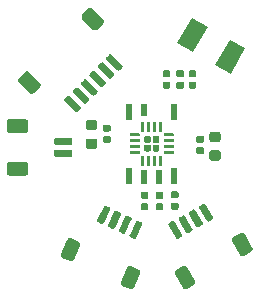
<source format=gbr>
%TF.GenerationSoftware,KiCad,Pcbnew,(5.1.5)-3*%
%TF.CreationDate,2021-10-31T01:47:11+08:00*%
%TF.ProjectId,STM32_FOC,53544d33-325f-4464-9f43-2e6b69636164,rev?*%
%TF.SameCoordinates,Original*%
%TF.FileFunction,Paste,Bot*%
%TF.FilePolarity,Positive*%
%FSLAX46Y46*%
G04 Gerber Fmt 4.6, Leading zero omitted, Abs format (unit mm)*
G04 Created by KiCad (PCBNEW (5.1.5)-3) date 2021-10-31 01:47:11*
%MOMM*%
%LPD*%
G04 APERTURE LIST*
%ADD10R,0.600000X1.400000*%
%ADD11R,0.600000X1.100000*%
%ADD12R,0.600000X1.200000*%
%ADD13C,0.100000*%
G04 APERTURE END LIST*
D10*
%TO.C,U3*%
X98095000Y-97300000D03*
D11*
X99365000Y-97150000D03*
D10*
X101905000Y-97300000D03*
X101905000Y-102700000D03*
D12*
X100635000Y-102800000D03*
X99365000Y-102800000D03*
D10*
X98095000Y-102700000D03*
D13*
G36*
X99318626Y-98125301D02*
G01*
X99324693Y-98126201D01*
X99330643Y-98127691D01*
X99336418Y-98129758D01*
X99341962Y-98132380D01*
X99347223Y-98135533D01*
X99352150Y-98139187D01*
X99356694Y-98143306D01*
X99360813Y-98147850D01*
X99364467Y-98152777D01*
X99367620Y-98158038D01*
X99370242Y-98163582D01*
X99372309Y-98169357D01*
X99373799Y-98175307D01*
X99374699Y-98181374D01*
X99375000Y-98187500D01*
X99375000Y-98937500D01*
X99374699Y-98943626D01*
X99373799Y-98949693D01*
X99372309Y-98955643D01*
X99370242Y-98961418D01*
X99367620Y-98966962D01*
X99364467Y-98972223D01*
X99360813Y-98977150D01*
X99356694Y-98981694D01*
X99352150Y-98985813D01*
X99347223Y-98989467D01*
X99341962Y-98992620D01*
X99336418Y-98995242D01*
X99330643Y-98997309D01*
X99324693Y-98998799D01*
X99318626Y-98999699D01*
X99312500Y-99000000D01*
X99187500Y-99000000D01*
X99181374Y-98999699D01*
X99175307Y-98998799D01*
X99169357Y-98997309D01*
X99163582Y-98995242D01*
X99158038Y-98992620D01*
X99152777Y-98989467D01*
X99147850Y-98985813D01*
X99143306Y-98981694D01*
X99139187Y-98977150D01*
X99135533Y-98972223D01*
X99132380Y-98966962D01*
X99129758Y-98961418D01*
X99127691Y-98955643D01*
X99126201Y-98949693D01*
X99125301Y-98943626D01*
X99125000Y-98937500D01*
X99125000Y-98187500D01*
X99125301Y-98181374D01*
X99126201Y-98175307D01*
X99127691Y-98169357D01*
X99129758Y-98163582D01*
X99132380Y-98158038D01*
X99135533Y-98152777D01*
X99139187Y-98147850D01*
X99143306Y-98143306D01*
X99147850Y-98139187D01*
X99152777Y-98135533D01*
X99158038Y-98132380D01*
X99163582Y-98129758D01*
X99169357Y-98127691D01*
X99175307Y-98126201D01*
X99181374Y-98125301D01*
X99187500Y-98125000D01*
X99312500Y-98125000D01*
X99318626Y-98125301D01*
G37*
G36*
X98943626Y-100625301D02*
G01*
X98949693Y-100626201D01*
X98955643Y-100627691D01*
X98961418Y-100629758D01*
X98966962Y-100632380D01*
X98972223Y-100635533D01*
X98977150Y-100639187D01*
X98981694Y-100643306D01*
X98985813Y-100647850D01*
X98989467Y-100652777D01*
X98992620Y-100658038D01*
X98995242Y-100663582D01*
X98997309Y-100669357D01*
X98998799Y-100675307D01*
X98999699Y-100681374D01*
X99000000Y-100687500D01*
X99000000Y-100812500D01*
X98999699Y-100818626D01*
X98998799Y-100824693D01*
X98997309Y-100830643D01*
X98995242Y-100836418D01*
X98992620Y-100841962D01*
X98989467Y-100847223D01*
X98985813Y-100852150D01*
X98981694Y-100856694D01*
X98977150Y-100860813D01*
X98972223Y-100864467D01*
X98966962Y-100867620D01*
X98961418Y-100870242D01*
X98955643Y-100872309D01*
X98949693Y-100873799D01*
X98943626Y-100874699D01*
X98937500Y-100875000D01*
X98187500Y-100875000D01*
X98181374Y-100874699D01*
X98175307Y-100873799D01*
X98169357Y-100872309D01*
X98163582Y-100870242D01*
X98158038Y-100867620D01*
X98152777Y-100864467D01*
X98147850Y-100860813D01*
X98143306Y-100856694D01*
X98139187Y-100852150D01*
X98135533Y-100847223D01*
X98132380Y-100841962D01*
X98129758Y-100836418D01*
X98127691Y-100830643D01*
X98126201Y-100824693D01*
X98125301Y-100818626D01*
X98125000Y-100812500D01*
X98125000Y-100687500D01*
X98125301Y-100681374D01*
X98126201Y-100675307D01*
X98127691Y-100669357D01*
X98129758Y-100663582D01*
X98132380Y-100658038D01*
X98135533Y-100652777D01*
X98139187Y-100647850D01*
X98143306Y-100643306D01*
X98147850Y-100639187D01*
X98152777Y-100635533D01*
X98158038Y-100632380D01*
X98163582Y-100629758D01*
X98169357Y-100627691D01*
X98175307Y-100626201D01*
X98181374Y-100625301D01*
X98187500Y-100625000D01*
X98937500Y-100625000D01*
X98943626Y-100625301D01*
G37*
G36*
X100818626Y-98125301D02*
G01*
X100824693Y-98126201D01*
X100830643Y-98127691D01*
X100836418Y-98129758D01*
X100841962Y-98132380D01*
X100847223Y-98135533D01*
X100852150Y-98139187D01*
X100856694Y-98143306D01*
X100860813Y-98147850D01*
X100864467Y-98152777D01*
X100867620Y-98158038D01*
X100870242Y-98163582D01*
X100872309Y-98169357D01*
X100873799Y-98175307D01*
X100874699Y-98181374D01*
X100875000Y-98187500D01*
X100875000Y-98937500D01*
X100874699Y-98943626D01*
X100873799Y-98949693D01*
X100872309Y-98955643D01*
X100870242Y-98961418D01*
X100867620Y-98966962D01*
X100864467Y-98972223D01*
X100860813Y-98977150D01*
X100856694Y-98981694D01*
X100852150Y-98985813D01*
X100847223Y-98989467D01*
X100841962Y-98992620D01*
X100836418Y-98995242D01*
X100830643Y-98997309D01*
X100824693Y-98998799D01*
X100818626Y-98999699D01*
X100812500Y-99000000D01*
X100687500Y-99000000D01*
X100681374Y-98999699D01*
X100675307Y-98998799D01*
X100669357Y-98997309D01*
X100663582Y-98995242D01*
X100658038Y-98992620D01*
X100652777Y-98989467D01*
X100647850Y-98985813D01*
X100643306Y-98981694D01*
X100639187Y-98977150D01*
X100635533Y-98972223D01*
X100632380Y-98966962D01*
X100629758Y-98961418D01*
X100627691Y-98955643D01*
X100626201Y-98949693D01*
X100625301Y-98943626D01*
X100625000Y-98937500D01*
X100625000Y-98187500D01*
X100625301Y-98181374D01*
X100626201Y-98175307D01*
X100627691Y-98169357D01*
X100629758Y-98163582D01*
X100632380Y-98158038D01*
X100635533Y-98152777D01*
X100639187Y-98147850D01*
X100643306Y-98143306D01*
X100647850Y-98139187D01*
X100652777Y-98135533D01*
X100658038Y-98132380D01*
X100663582Y-98129758D01*
X100669357Y-98127691D01*
X100675307Y-98126201D01*
X100681374Y-98125301D01*
X100687500Y-98125000D01*
X100812500Y-98125000D01*
X100818626Y-98125301D01*
G37*
G36*
X101818626Y-99125301D02*
G01*
X101824693Y-99126201D01*
X101830643Y-99127691D01*
X101836418Y-99129758D01*
X101841962Y-99132380D01*
X101847223Y-99135533D01*
X101852150Y-99139187D01*
X101856694Y-99143306D01*
X101860813Y-99147850D01*
X101864467Y-99152777D01*
X101867620Y-99158038D01*
X101870242Y-99163582D01*
X101872309Y-99169357D01*
X101873799Y-99175307D01*
X101874699Y-99181374D01*
X101875000Y-99187500D01*
X101875000Y-99312500D01*
X101874699Y-99318626D01*
X101873799Y-99324693D01*
X101872309Y-99330643D01*
X101870242Y-99336418D01*
X101867620Y-99341962D01*
X101864467Y-99347223D01*
X101860813Y-99352150D01*
X101856694Y-99356694D01*
X101852150Y-99360813D01*
X101847223Y-99364467D01*
X101841962Y-99367620D01*
X101836418Y-99370242D01*
X101830643Y-99372309D01*
X101824693Y-99373799D01*
X101818626Y-99374699D01*
X101812500Y-99375000D01*
X101062500Y-99375000D01*
X101056374Y-99374699D01*
X101050307Y-99373799D01*
X101044357Y-99372309D01*
X101038582Y-99370242D01*
X101033038Y-99367620D01*
X101027777Y-99364467D01*
X101022850Y-99360813D01*
X101018306Y-99356694D01*
X101014187Y-99352150D01*
X101010533Y-99347223D01*
X101007380Y-99341962D01*
X101004758Y-99336418D01*
X101002691Y-99330643D01*
X101001201Y-99324693D01*
X101000301Y-99318626D01*
X101000000Y-99312500D01*
X101000000Y-99187500D01*
X101000301Y-99181374D01*
X101001201Y-99175307D01*
X101002691Y-99169357D01*
X101004758Y-99163582D01*
X101007380Y-99158038D01*
X101010533Y-99152777D01*
X101014187Y-99147850D01*
X101018306Y-99143306D01*
X101022850Y-99139187D01*
X101027777Y-99135533D01*
X101033038Y-99132380D01*
X101038582Y-99129758D01*
X101044357Y-99127691D01*
X101050307Y-99126201D01*
X101056374Y-99125301D01*
X101062500Y-99125000D01*
X101812500Y-99125000D01*
X101818626Y-99125301D01*
G37*
G36*
X98943626Y-99625301D02*
G01*
X98949693Y-99626201D01*
X98955643Y-99627691D01*
X98961418Y-99629758D01*
X98966962Y-99632380D01*
X98972223Y-99635533D01*
X98977150Y-99639187D01*
X98981694Y-99643306D01*
X98985813Y-99647850D01*
X98989467Y-99652777D01*
X98992620Y-99658038D01*
X98995242Y-99663582D01*
X98997309Y-99669357D01*
X98998799Y-99675307D01*
X98999699Y-99681374D01*
X99000000Y-99687500D01*
X99000000Y-99812500D01*
X98999699Y-99818626D01*
X98998799Y-99824693D01*
X98997309Y-99830643D01*
X98995242Y-99836418D01*
X98992620Y-99841962D01*
X98989467Y-99847223D01*
X98985813Y-99852150D01*
X98981694Y-99856694D01*
X98977150Y-99860813D01*
X98972223Y-99864467D01*
X98966962Y-99867620D01*
X98961418Y-99870242D01*
X98955643Y-99872309D01*
X98949693Y-99873799D01*
X98943626Y-99874699D01*
X98937500Y-99875000D01*
X98187500Y-99875000D01*
X98181374Y-99874699D01*
X98175307Y-99873799D01*
X98169357Y-99872309D01*
X98163582Y-99870242D01*
X98158038Y-99867620D01*
X98152777Y-99864467D01*
X98147850Y-99860813D01*
X98143306Y-99856694D01*
X98139187Y-99852150D01*
X98135533Y-99847223D01*
X98132380Y-99841962D01*
X98129758Y-99836418D01*
X98127691Y-99830643D01*
X98126201Y-99824693D01*
X98125301Y-99818626D01*
X98125000Y-99812500D01*
X98125000Y-99687500D01*
X98125301Y-99681374D01*
X98126201Y-99675307D01*
X98127691Y-99669357D01*
X98129758Y-99663582D01*
X98132380Y-99658038D01*
X98135533Y-99652777D01*
X98139187Y-99647850D01*
X98143306Y-99643306D01*
X98147850Y-99639187D01*
X98152777Y-99635533D01*
X98158038Y-99632380D01*
X98163582Y-99629758D01*
X98169357Y-99627691D01*
X98175307Y-99626201D01*
X98181374Y-99625301D01*
X98187500Y-99625000D01*
X98937500Y-99625000D01*
X98943626Y-99625301D01*
G37*
G36*
X101818626Y-100625301D02*
G01*
X101824693Y-100626201D01*
X101830643Y-100627691D01*
X101836418Y-100629758D01*
X101841962Y-100632380D01*
X101847223Y-100635533D01*
X101852150Y-100639187D01*
X101856694Y-100643306D01*
X101860813Y-100647850D01*
X101864467Y-100652777D01*
X101867620Y-100658038D01*
X101870242Y-100663582D01*
X101872309Y-100669357D01*
X101873799Y-100675307D01*
X101874699Y-100681374D01*
X101875000Y-100687500D01*
X101875000Y-100812500D01*
X101874699Y-100818626D01*
X101873799Y-100824693D01*
X101872309Y-100830643D01*
X101870242Y-100836418D01*
X101867620Y-100841962D01*
X101864467Y-100847223D01*
X101860813Y-100852150D01*
X101856694Y-100856694D01*
X101852150Y-100860813D01*
X101847223Y-100864467D01*
X101841962Y-100867620D01*
X101836418Y-100870242D01*
X101830643Y-100872309D01*
X101824693Y-100873799D01*
X101818626Y-100874699D01*
X101812500Y-100875000D01*
X101062500Y-100875000D01*
X101056374Y-100874699D01*
X101050307Y-100873799D01*
X101044357Y-100872309D01*
X101038582Y-100870242D01*
X101033038Y-100867620D01*
X101027777Y-100864467D01*
X101022850Y-100860813D01*
X101018306Y-100856694D01*
X101014187Y-100852150D01*
X101010533Y-100847223D01*
X101007380Y-100841962D01*
X101004758Y-100836418D01*
X101002691Y-100830643D01*
X101001201Y-100824693D01*
X101000301Y-100818626D01*
X101000000Y-100812500D01*
X101000000Y-100687500D01*
X101000301Y-100681374D01*
X101001201Y-100675307D01*
X101002691Y-100669357D01*
X101004758Y-100663582D01*
X101007380Y-100658038D01*
X101010533Y-100652777D01*
X101014187Y-100647850D01*
X101018306Y-100643306D01*
X101022850Y-100639187D01*
X101027777Y-100635533D01*
X101033038Y-100632380D01*
X101038582Y-100629758D01*
X101044357Y-100627691D01*
X101050307Y-100626201D01*
X101056374Y-100625301D01*
X101062500Y-100625000D01*
X101812500Y-100625000D01*
X101818626Y-100625301D01*
G37*
G36*
X100818626Y-101000301D02*
G01*
X100824693Y-101001201D01*
X100830643Y-101002691D01*
X100836418Y-101004758D01*
X100841962Y-101007380D01*
X100847223Y-101010533D01*
X100852150Y-101014187D01*
X100856694Y-101018306D01*
X100860813Y-101022850D01*
X100864467Y-101027777D01*
X100867620Y-101033038D01*
X100870242Y-101038582D01*
X100872309Y-101044357D01*
X100873799Y-101050307D01*
X100874699Y-101056374D01*
X100875000Y-101062500D01*
X100875000Y-101812500D01*
X100874699Y-101818626D01*
X100873799Y-101824693D01*
X100872309Y-101830643D01*
X100870242Y-101836418D01*
X100867620Y-101841962D01*
X100864467Y-101847223D01*
X100860813Y-101852150D01*
X100856694Y-101856694D01*
X100852150Y-101860813D01*
X100847223Y-101864467D01*
X100841962Y-101867620D01*
X100836418Y-101870242D01*
X100830643Y-101872309D01*
X100824693Y-101873799D01*
X100818626Y-101874699D01*
X100812500Y-101875000D01*
X100687500Y-101875000D01*
X100681374Y-101874699D01*
X100675307Y-101873799D01*
X100669357Y-101872309D01*
X100663582Y-101870242D01*
X100658038Y-101867620D01*
X100652777Y-101864467D01*
X100647850Y-101860813D01*
X100643306Y-101856694D01*
X100639187Y-101852150D01*
X100635533Y-101847223D01*
X100632380Y-101841962D01*
X100629758Y-101836418D01*
X100627691Y-101830643D01*
X100626201Y-101824693D01*
X100625301Y-101818626D01*
X100625000Y-101812500D01*
X100625000Y-101062500D01*
X100625301Y-101056374D01*
X100626201Y-101050307D01*
X100627691Y-101044357D01*
X100629758Y-101038582D01*
X100632380Y-101033038D01*
X100635533Y-101027777D01*
X100639187Y-101022850D01*
X100643306Y-101018306D01*
X100647850Y-101014187D01*
X100652777Y-101010533D01*
X100658038Y-101007380D01*
X100663582Y-101004758D01*
X100669357Y-101002691D01*
X100675307Y-101001201D01*
X100681374Y-101000301D01*
X100687500Y-101000000D01*
X100812500Y-101000000D01*
X100818626Y-101000301D01*
G37*
G36*
X100519212Y-100070698D02*
G01*
X100533288Y-100072786D01*
X100547091Y-100076244D01*
X100560489Y-100081037D01*
X100573353Y-100087121D01*
X100585558Y-100094437D01*
X100596987Y-100102913D01*
X100607530Y-100112470D01*
X100617087Y-100123013D01*
X100625563Y-100134442D01*
X100632879Y-100146647D01*
X100638963Y-100159511D01*
X100643756Y-100172909D01*
X100647214Y-100186712D01*
X100649302Y-100200788D01*
X100650000Y-100215000D01*
X100650000Y-100505000D01*
X100649302Y-100519212D01*
X100647214Y-100533288D01*
X100643756Y-100547091D01*
X100638963Y-100560489D01*
X100632879Y-100573353D01*
X100625563Y-100585558D01*
X100617087Y-100596987D01*
X100607530Y-100607530D01*
X100596987Y-100617087D01*
X100585558Y-100625563D01*
X100573353Y-100632879D01*
X100560489Y-100638963D01*
X100547091Y-100643756D01*
X100533288Y-100647214D01*
X100519212Y-100649302D01*
X100505000Y-100650000D01*
X100215000Y-100650000D01*
X100200788Y-100649302D01*
X100186712Y-100647214D01*
X100172909Y-100643756D01*
X100159511Y-100638963D01*
X100146647Y-100632879D01*
X100134442Y-100625563D01*
X100123013Y-100617087D01*
X100112470Y-100607530D01*
X100102913Y-100596987D01*
X100094437Y-100585558D01*
X100087121Y-100573353D01*
X100081037Y-100560489D01*
X100076244Y-100547091D01*
X100072786Y-100533288D01*
X100070698Y-100519212D01*
X100070000Y-100505000D01*
X100070000Y-100215000D01*
X100070698Y-100200788D01*
X100072786Y-100186712D01*
X100076244Y-100172909D01*
X100081037Y-100159511D01*
X100087121Y-100146647D01*
X100094437Y-100134442D01*
X100102913Y-100123013D01*
X100112470Y-100112470D01*
X100123013Y-100102913D01*
X100134442Y-100094437D01*
X100146647Y-100087121D01*
X100159511Y-100081037D01*
X100172909Y-100076244D01*
X100186712Y-100072786D01*
X100200788Y-100070698D01*
X100215000Y-100070000D01*
X100505000Y-100070000D01*
X100519212Y-100070698D01*
G37*
G36*
X101818626Y-100125301D02*
G01*
X101824693Y-100126201D01*
X101830643Y-100127691D01*
X101836418Y-100129758D01*
X101841962Y-100132380D01*
X101847223Y-100135533D01*
X101852150Y-100139187D01*
X101856694Y-100143306D01*
X101860813Y-100147850D01*
X101864467Y-100152777D01*
X101867620Y-100158038D01*
X101870242Y-100163582D01*
X101872309Y-100169357D01*
X101873799Y-100175307D01*
X101874699Y-100181374D01*
X101875000Y-100187500D01*
X101875000Y-100312500D01*
X101874699Y-100318626D01*
X101873799Y-100324693D01*
X101872309Y-100330643D01*
X101870242Y-100336418D01*
X101867620Y-100341962D01*
X101864467Y-100347223D01*
X101860813Y-100352150D01*
X101856694Y-100356694D01*
X101852150Y-100360813D01*
X101847223Y-100364467D01*
X101841962Y-100367620D01*
X101836418Y-100370242D01*
X101830643Y-100372309D01*
X101824693Y-100373799D01*
X101818626Y-100374699D01*
X101812500Y-100375000D01*
X101062500Y-100375000D01*
X101056374Y-100374699D01*
X101050307Y-100373799D01*
X101044357Y-100372309D01*
X101038582Y-100370242D01*
X101033038Y-100367620D01*
X101027777Y-100364467D01*
X101022850Y-100360813D01*
X101018306Y-100356694D01*
X101014187Y-100352150D01*
X101010533Y-100347223D01*
X101007380Y-100341962D01*
X101004758Y-100336418D01*
X101002691Y-100330643D01*
X101001201Y-100324693D01*
X101000301Y-100318626D01*
X101000000Y-100312500D01*
X101000000Y-100187500D01*
X101000301Y-100181374D01*
X101001201Y-100175307D01*
X101002691Y-100169357D01*
X101004758Y-100163582D01*
X101007380Y-100158038D01*
X101010533Y-100152777D01*
X101014187Y-100147850D01*
X101018306Y-100143306D01*
X101022850Y-100139187D01*
X101027777Y-100135533D01*
X101033038Y-100132380D01*
X101038582Y-100129758D01*
X101044357Y-100127691D01*
X101050307Y-100126201D01*
X101056374Y-100125301D01*
X101062500Y-100125000D01*
X101812500Y-100125000D01*
X101818626Y-100125301D01*
G37*
G36*
X99818626Y-101000301D02*
G01*
X99824693Y-101001201D01*
X99830643Y-101002691D01*
X99836418Y-101004758D01*
X99841962Y-101007380D01*
X99847223Y-101010533D01*
X99852150Y-101014187D01*
X99856694Y-101018306D01*
X99860813Y-101022850D01*
X99864467Y-101027777D01*
X99867620Y-101033038D01*
X99870242Y-101038582D01*
X99872309Y-101044357D01*
X99873799Y-101050307D01*
X99874699Y-101056374D01*
X99875000Y-101062500D01*
X99875000Y-101812500D01*
X99874699Y-101818626D01*
X99873799Y-101824693D01*
X99872309Y-101830643D01*
X99870242Y-101836418D01*
X99867620Y-101841962D01*
X99864467Y-101847223D01*
X99860813Y-101852150D01*
X99856694Y-101856694D01*
X99852150Y-101860813D01*
X99847223Y-101864467D01*
X99841962Y-101867620D01*
X99836418Y-101870242D01*
X99830643Y-101872309D01*
X99824693Y-101873799D01*
X99818626Y-101874699D01*
X99812500Y-101875000D01*
X99687500Y-101875000D01*
X99681374Y-101874699D01*
X99675307Y-101873799D01*
X99669357Y-101872309D01*
X99663582Y-101870242D01*
X99658038Y-101867620D01*
X99652777Y-101864467D01*
X99647850Y-101860813D01*
X99643306Y-101856694D01*
X99639187Y-101852150D01*
X99635533Y-101847223D01*
X99632380Y-101841962D01*
X99629758Y-101836418D01*
X99627691Y-101830643D01*
X99626201Y-101824693D01*
X99625301Y-101818626D01*
X99625000Y-101812500D01*
X99625000Y-101062500D01*
X99625301Y-101056374D01*
X99626201Y-101050307D01*
X99627691Y-101044357D01*
X99629758Y-101038582D01*
X99632380Y-101033038D01*
X99635533Y-101027777D01*
X99639187Y-101022850D01*
X99643306Y-101018306D01*
X99647850Y-101014187D01*
X99652777Y-101010533D01*
X99658038Y-101007380D01*
X99663582Y-101004758D01*
X99669357Y-101002691D01*
X99675307Y-101001201D01*
X99681374Y-101000301D01*
X99687500Y-101000000D01*
X99812500Y-101000000D01*
X99818626Y-101000301D01*
G37*
G36*
X100318626Y-101000301D02*
G01*
X100324693Y-101001201D01*
X100330643Y-101002691D01*
X100336418Y-101004758D01*
X100341962Y-101007380D01*
X100347223Y-101010533D01*
X100352150Y-101014187D01*
X100356694Y-101018306D01*
X100360813Y-101022850D01*
X100364467Y-101027777D01*
X100367620Y-101033038D01*
X100370242Y-101038582D01*
X100372309Y-101044357D01*
X100373799Y-101050307D01*
X100374699Y-101056374D01*
X100375000Y-101062500D01*
X100375000Y-101812500D01*
X100374699Y-101818626D01*
X100373799Y-101824693D01*
X100372309Y-101830643D01*
X100370242Y-101836418D01*
X100367620Y-101841962D01*
X100364467Y-101847223D01*
X100360813Y-101852150D01*
X100356694Y-101856694D01*
X100352150Y-101860813D01*
X100347223Y-101864467D01*
X100341962Y-101867620D01*
X100336418Y-101870242D01*
X100330643Y-101872309D01*
X100324693Y-101873799D01*
X100318626Y-101874699D01*
X100312500Y-101875000D01*
X100187500Y-101875000D01*
X100181374Y-101874699D01*
X100175307Y-101873799D01*
X100169357Y-101872309D01*
X100163582Y-101870242D01*
X100158038Y-101867620D01*
X100152777Y-101864467D01*
X100147850Y-101860813D01*
X100143306Y-101856694D01*
X100139187Y-101852150D01*
X100135533Y-101847223D01*
X100132380Y-101841962D01*
X100129758Y-101836418D01*
X100127691Y-101830643D01*
X100126201Y-101824693D01*
X100125301Y-101818626D01*
X100125000Y-101812500D01*
X100125000Y-101062500D01*
X100125301Y-101056374D01*
X100126201Y-101050307D01*
X100127691Y-101044357D01*
X100129758Y-101038582D01*
X100132380Y-101033038D01*
X100135533Y-101027777D01*
X100139187Y-101022850D01*
X100143306Y-101018306D01*
X100147850Y-101014187D01*
X100152777Y-101010533D01*
X100158038Y-101007380D01*
X100163582Y-101004758D01*
X100169357Y-101002691D01*
X100175307Y-101001201D01*
X100181374Y-101000301D01*
X100187500Y-101000000D01*
X100312500Y-101000000D01*
X100318626Y-101000301D01*
G37*
G36*
X100318626Y-98125301D02*
G01*
X100324693Y-98126201D01*
X100330643Y-98127691D01*
X100336418Y-98129758D01*
X100341962Y-98132380D01*
X100347223Y-98135533D01*
X100352150Y-98139187D01*
X100356694Y-98143306D01*
X100360813Y-98147850D01*
X100364467Y-98152777D01*
X100367620Y-98158038D01*
X100370242Y-98163582D01*
X100372309Y-98169357D01*
X100373799Y-98175307D01*
X100374699Y-98181374D01*
X100375000Y-98187500D01*
X100375000Y-98937500D01*
X100374699Y-98943626D01*
X100373799Y-98949693D01*
X100372309Y-98955643D01*
X100370242Y-98961418D01*
X100367620Y-98966962D01*
X100364467Y-98972223D01*
X100360813Y-98977150D01*
X100356694Y-98981694D01*
X100352150Y-98985813D01*
X100347223Y-98989467D01*
X100341962Y-98992620D01*
X100336418Y-98995242D01*
X100330643Y-98997309D01*
X100324693Y-98998799D01*
X100318626Y-98999699D01*
X100312500Y-99000000D01*
X100187500Y-99000000D01*
X100181374Y-98999699D01*
X100175307Y-98998799D01*
X100169357Y-98997309D01*
X100163582Y-98995242D01*
X100158038Y-98992620D01*
X100152777Y-98989467D01*
X100147850Y-98985813D01*
X100143306Y-98981694D01*
X100139187Y-98977150D01*
X100135533Y-98972223D01*
X100132380Y-98966962D01*
X100129758Y-98961418D01*
X100127691Y-98955643D01*
X100126201Y-98949693D01*
X100125301Y-98943626D01*
X100125000Y-98937500D01*
X100125000Y-98187500D01*
X100125301Y-98181374D01*
X100126201Y-98175307D01*
X100127691Y-98169357D01*
X100129758Y-98163582D01*
X100132380Y-98158038D01*
X100135533Y-98152777D01*
X100139187Y-98147850D01*
X100143306Y-98143306D01*
X100147850Y-98139187D01*
X100152777Y-98135533D01*
X100158038Y-98132380D01*
X100163582Y-98129758D01*
X100169357Y-98127691D01*
X100175307Y-98126201D01*
X100181374Y-98125301D01*
X100187500Y-98125000D01*
X100312500Y-98125000D01*
X100318626Y-98125301D01*
G37*
G36*
X101818626Y-99625301D02*
G01*
X101824693Y-99626201D01*
X101830643Y-99627691D01*
X101836418Y-99629758D01*
X101841962Y-99632380D01*
X101847223Y-99635533D01*
X101852150Y-99639187D01*
X101856694Y-99643306D01*
X101860813Y-99647850D01*
X101864467Y-99652777D01*
X101867620Y-99658038D01*
X101870242Y-99663582D01*
X101872309Y-99669357D01*
X101873799Y-99675307D01*
X101874699Y-99681374D01*
X101875000Y-99687500D01*
X101875000Y-99812500D01*
X101874699Y-99818626D01*
X101873799Y-99824693D01*
X101872309Y-99830643D01*
X101870242Y-99836418D01*
X101867620Y-99841962D01*
X101864467Y-99847223D01*
X101860813Y-99852150D01*
X101856694Y-99856694D01*
X101852150Y-99860813D01*
X101847223Y-99864467D01*
X101841962Y-99867620D01*
X101836418Y-99870242D01*
X101830643Y-99872309D01*
X101824693Y-99873799D01*
X101818626Y-99874699D01*
X101812500Y-99875000D01*
X101062500Y-99875000D01*
X101056374Y-99874699D01*
X101050307Y-99873799D01*
X101044357Y-99872309D01*
X101038582Y-99870242D01*
X101033038Y-99867620D01*
X101027777Y-99864467D01*
X101022850Y-99860813D01*
X101018306Y-99856694D01*
X101014187Y-99852150D01*
X101010533Y-99847223D01*
X101007380Y-99841962D01*
X101004758Y-99836418D01*
X101002691Y-99830643D01*
X101001201Y-99824693D01*
X101000301Y-99818626D01*
X101000000Y-99812500D01*
X101000000Y-99687500D01*
X101000301Y-99681374D01*
X101001201Y-99675307D01*
X101002691Y-99669357D01*
X101004758Y-99663582D01*
X101007380Y-99658038D01*
X101010533Y-99652777D01*
X101014187Y-99647850D01*
X101018306Y-99643306D01*
X101022850Y-99639187D01*
X101027777Y-99635533D01*
X101033038Y-99632380D01*
X101038582Y-99629758D01*
X101044357Y-99627691D01*
X101050307Y-99626201D01*
X101056374Y-99625301D01*
X101062500Y-99625000D01*
X101812500Y-99625000D01*
X101818626Y-99625301D01*
G37*
G36*
X98943626Y-100125301D02*
G01*
X98949693Y-100126201D01*
X98955643Y-100127691D01*
X98961418Y-100129758D01*
X98966962Y-100132380D01*
X98972223Y-100135533D01*
X98977150Y-100139187D01*
X98981694Y-100143306D01*
X98985813Y-100147850D01*
X98989467Y-100152777D01*
X98992620Y-100158038D01*
X98995242Y-100163582D01*
X98997309Y-100169357D01*
X98998799Y-100175307D01*
X98999699Y-100181374D01*
X99000000Y-100187500D01*
X99000000Y-100312500D01*
X98999699Y-100318626D01*
X98998799Y-100324693D01*
X98997309Y-100330643D01*
X98995242Y-100336418D01*
X98992620Y-100341962D01*
X98989467Y-100347223D01*
X98985813Y-100352150D01*
X98981694Y-100356694D01*
X98977150Y-100360813D01*
X98972223Y-100364467D01*
X98966962Y-100367620D01*
X98961418Y-100370242D01*
X98955643Y-100372309D01*
X98949693Y-100373799D01*
X98943626Y-100374699D01*
X98937500Y-100375000D01*
X98187500Y-100375000D01*
X98181374Y-100374699D01*
X98175307Y-100373799D01*
X98169357Y-100372309D01*
X98163582Y-100370242D01*
X98158038Y-100367620D01*
X98152777Y-100364467D01*
X98147850Y-100360813D01*
X98143306Y-100356694D01*
X98139187Y-100352150D01*
X98135533Y-100347223D01*
X98132380Y-100341962D01*
X98129758Y-100336418D01*
X98127691Y-100330643D01*
X98126201Y-100324693D01*
X98125301Y-100318626D01*
X98125000Y-100312500D01*
X98125000Y-100187500D01*
X98125301Y-100181374D01*
X98126201Y-100175307D01*
X98127691Y-100169357D01*
X98129758Y-100163582D01*
X98132380Y-100158038D01*
X98135533Y-100152777D01*
X98139187Y-100147850D01*
X98143306Y-100143306D01*
X98147850Y-100139187D01*
X98152777Y-100135533D01*
X98158038Y-100132380D01*
X98163582Y-100129758D01*
X98169357Y-100127691D01*
X98175307Y-100126201D01*
X98181374Y-100125301D01*
X98187500Y-100125000D01*
X98937500Y-100125000D01*
X98943626Y-100125301D01*
G37*
G36*
X98943626Y-99125301D02*
G01*
X98949693Y-99126201D01*
X98955643Y-99127691D01*
X98961418Y-99129758D01*
X98966962Y-99132380D01*
X98972223Y-99135533D01*
X98977150Y-99139187D01*
X98981694Y-99143306D01*
X98985813Y-99147850D01*
X98989467Y-99152777D01*
X98992620Y-99158038D01*
X98995242Y-99163582D01*
X98997309Y-99169357D01*
X98998799Y-99175307D01*
X98999699Y-99181374D01*
X99000000Y-99187500D01*
X99000000Y-99312500D01*
X98999699Y-99318626D01*
X98998799Y-99324693D01*
X98997309Y-99330643D01*
X98995242Y-99336418D01*
X98992620Y-99341962D01*
X98989467Y-99347223D01*
X98985813Y-99352150D01*
X98981694Y-99356694D01*
X98977150Y-99360813D01*
X98972223Y-99364467D01*
X98966962Y-99367620D01*
X98961418Y-99370242D01*
X98955643Y-99372309D01*
X98949693Y-99373799D01*
X98943626Y-99374699D01*
X98937500Y-99375000D01*
X98187500Y-99375000D01*
X98181374Y-99374699D01*
X98175307Y-99373799D01*
X98169357Y-99372309D01*
X98163582Y-99370242D01*
X98158038Y-99367620D01*
X98152777Y-99364467D01*
X98147850Y-99360813D01*
X98143306Y-99356694D01*
X98139187Y-99352150D01*
X98135533Y-99347223D01*
X98132380Y-99341962D01*
X98129758Y-99336418D01*
X98127691Y-99330643D01*
X98126201Y-99324693D01*
X98125301Y-99318626D01*
X98125000Y-99312500D01*
X98125000Y-99187500D01*
X98125301Y-99181374D01*
X98126201Y-99175307D01*
X98127691Y-99169357D01*
X98129758Y-99163582D01*
X98132380Y-99158038D01*
X98135533Y-99152777D01*
X98139187Y-99147850D01*
X98143306Y-99143306D01*
X98147850Y-99139187D01*
X98152777Y-99135533D01*
X98158038Y-99132380D01*
X98163582Y-99129758D01*
X98169357Y-99127691D01*
X98175307Y-99126201D01*
X98181374Y-99125301D01*
X98187500Y-99125000D01*
X98937500Y-99125000D01*
X98943626Y-99125301D01*
G37*
G36*
X100519212Y-99350698D02*
G01*
X100533288Y-99352786D01*
X100547091Y-99356244D01*
X100560489Y-99361037D01*
X100573353Y-99367121D01*
X100585558Y-99374437D01*
X100596987Y-99382913D01*
X100607530Y-99392470D01*
X100617087Y-99403013D01*
X100625563Y-99414442D01*
X100632879Y-99426647D01*
X100638963Y-99439511D01*
X100643756Y-99452909D01*
X100647214Y-99466712D01*
X100649302Y-99480788D01*
X100650000Y-99495000D01*
X100650000Y-99785000D01*
X100649302Y-99799212D01*
X100647214Y-99813288D01*
X100643756Y-99827091D01*
X100638963Y-99840489D01*
X100632879Y-99853353D01*
X100625563Y-99865558D01*
X100617087Y-99876987D01*
X100607530Y-99887530D01*
X100596987Y-99897087D01*
X100585558Y-99905563D01*
X100573353Y-99912879D01*
X100560489Y-99918963D01*
X100547091Y-99923756D01*
X100533288Y-99927214D01*
X100519212Y-99929302D01*
X100505000Y-99930000D01*
X100215000Y-99930000D01*
X100200788Y-99929302D01*
X100186712Y-99927214D01*
X100172909Y-99923756D01*
X100159511Y-99918963D01*
X100146647Y-99912879D01*
X100134442Y-99905563D01*
X100123013Y-99897087D01*
X100112470Y-99887530D01*
X100102913Y-99876987D01*
X100094437Y-99865558D01*
X100087121Y-99853353D01*
X100081037Y-99840489D01*
X100076244Y-99827091D01*
X100072786Y-99813288D01*
X100070698Y-99799212D01*
X100070000Y-99785000D01*
X100070000Y-99495000D01*
X100070698Y-99480788D01*
X100072786Y-99466712D01*
X100076244Y-99452909D01*
X100081037Y-99439511D01*
X100087121Y-99426647D01*
X100094437Y-99414442D01*
X100102913Y-99403013D01*
X100112470Y-99392470D01*
X100123013Y-99382913D01*
X100134442Y-99374437D01*
X100146647Y-99367121D01*
X100159511Y-99361037D01*
X100172909Y-99356244D01*
X100186712Y-99352786D01*
X100200788Y-99350698D01*
X100215000Y-99350000D01*
X100505000Y-99350000D01*
X100519212Y-99350698D01*
G37*
G36*
X99318626Y-101000301D02*
G01*
X99324693Y-101001201D01*
X99330643Y-101002691D01*
X99336418Y-101004758D01*
X99341962Y-101007380D01*
X99347223Y-101010533D01*
X99352150Y-101014187D01*
X99356694Y-101018306D01*
X99360813Y-101022850D01*
X99364467Y-101027777D01*
X99367620Y-101033038D01*
X99370242Y-101038582D01*
X99372309Y-101044357D01*
X99373799Y-101050307D01*
X99374699Y-101056374D01*
X99375000Y-101062500D01*
X99375000Y-101812500D01*
X99374699Y-101818626D01*
X99373799Y-101824693D01*
X99372309Y-101830643D01*
X99370242Y-101836418D01*
X99367620Y-101841962D01*
X99364467Y-101847223D01*
X99360813Y-101852150D01*
X99356694Y-101856694D01*
X99352150Y-101860813D01*
X99347223Y-101864467D01*
X99341962Y-101867620D01*
X99336418Y-101870242D01*
X99330643Y-101872309D01*
X99324693Y-101873799D01*
X99318626Y-101874699D01*
X99312500Y-101875000D01*
X99187500Y-101875000D01*
X99181374Y-101874699D01*
X99175307Y-101873799D01*
X99169357Y-101872309D01*
X99163582Y-101870242D01*
X99158038Y-101867620D01*
X99152777Y-101864467D01*
X99147850Y-101860813D01*
X99143306Y-101856694D01*
X99139187Y-101852150D01*
X99135533Y-101847223D01*
X99132380Y-101841962D01*
X99129758Y-101836418D01*
X99127691Y-101830643D01*
X99126201Y-101824693D01*
X99125301Y-101818626D01*
X99125000Y-101812500D01*
X99125000Y-101062500D01*
X99125301Y-101056374D01*
X99126201Y-101050307D01*
X99127691Y-101044357D01*
X99129758Y-101038582D01*
X99132380Y-101033038D01*
X99135533Y-101027777D01*
X99139187Y-101022850D01*
X99143306Y-101018306D01*
X99147850Y-101014187D01*
X99152777Y-101010533D01*
X99158038Y-101007380D01*
X99163582Y-101004758D01*
X99169357Y-101002691D01*
X99175307Y-101001201D01*
X99181374Y-101000301D01*
X99187500Y-101000000D01*
X99312500Y-101000000D01*
X99318626Y-101000301D01*
G37*
G36*
X99799212Y-100070698D02*
G01*
X99813288Y-100072786D01*
X99827091Y-100076244D01*
X99840489Y-100081037D01*
X99853353Y-100087121D01*
X99865558Y-100094437D01*
X99876987Y-100102913D01*
X99887530Y-100112470D01*
X99897087Y-100123013D01*
X99905563Y-100134442D01*
X99912879Y-100146647D01*
X99918963Y-100159511D01*
X99923756Y-100172909D01*
X99927214Y-100186712D01*
X99929302Y-100200788D01*
X99930000Y-100215000D01*
X99930000Y-100505000D01*
X99929302Y-100519212D01*
X99927214Y-100533288D01*
X99923756Y-100547091D01*
X99918963Y-100560489D01*
X99912879Y-100573353D01*
X99905563Y-100585558D01*
X99897087Y-100596987D01*
X99887530Y-100607530D01*
X99876987Y-100617087D01*
X99865558Y-100625563D01*
X99853353Y-100632879D01*
X99840489Y-100638963D01*
X99827091Y-100643756D01*
X99813288Y-100647214D01*
X99799212Y-100649302D01*
X99785000Y-100650000D01*
X99495000Y-100650000D01*
X99480788Y-100649302D01*
X99466712Y-100647214D01*
X99452909Y-100643756D01*
X99439511Y-100638963D01*
X99426647Y-100632879D01*
X99414442Y-100625563D01*
X99403013Y-100617087D01*
X99392470Y-100607530D01*
X99382913Y-100596987D01*
X99374437Y-100585558D01*
X99367121Y-100573353D01*
X99361037Y-100560489D01*
X99356244Y-100547091D01*
X99352786Y-100533288D01*
X99350698Y-100519212D01*
X99350000Y-100505000D01*
X99350000Y-100215000D01*
X99350698Y-100200788D01*
X99352786Y-100186712D01*
X99356244Y-100172909D01*
X99361037Y-100159511D01*
X99367121Y-100146647D01*
X99374437Y-100134442D01*
X99382913Y-100123013D01*
X99392470Y-100112470D01*
X99403013Y-100102913D01*
X99414442Y-100094437D01*
X99426647Y-100087121D01*
X99439511Y-100081037D01*
X99452909Y-100076244D01*
X99466712Y-100072786D01*
X99480788Y-100070698D01*
X99495000Y-100070000D01*
X99785000Y-100070000D01*
X99799212Y-100070698D01*
G37*
G36*
X99818626Y-98125301D02*
G01*
X99824693Y-98126201D01*
X99830643Y-98127691D01*
X99836418Y-98129758D01*
X99841962Y-98132380D01*
X99847223Y-98135533D01*
X99852150Y-98139187D01*
X99856694Y-98143306D01*
X99860813Y-98147850D01*
X99864467Y-98152777D01*
X99867620Y-98158038D01*
X99870242Y-98163582D01*
X99872309Y-98169357D01*
X99873799Y-98175307D01*
X99874699Y-98181374D01*
X99875000Y-98187500D01*
X99875000Y-98937500D01*
X99874699Y-98943626D01*
X99873799Y-98949693D01*
X99872309Y-98955643D01*
X99870242Y-98961418D01*
X99867620Y-98966962D01*
X99864467Y-98972223D01*
X99860813Y-98977150D01*
X99856694Y-98981694D01*
X99852150Y-98985813D01*
X99847223Y-98989467D01*
X99841962Y-98992620D01*
X99836418Y-98995242D01*
X99830643Y-98997309D01*
X99824693Y-98998799D01*
X99818626Y-98999699D01*
X99812500Y-99000000D01*
X99687500Y-99000000D01*
X99681374Y-98999699D01*
X99675307Y-98998799D01*
X99669357Y-98997309D01*
X99663582Y-98995242D01*
X99658038Y-98992620D01*
X99652777Y-98989467D01*
X99647850Y-98985813D01*
X99643306Y-98981694D01*
X99639187Y-98977150D01*
X99635533Y-98972223D01*
X99632380Y-98966962D01*
X99629758Y-98961418D01*
X99627691Y-98955643D01*
X99626201Y-98949693D01*
X99625301Y-98943626D01*
X99625000Y-98937500D01*
X99625000Y-98187500D01*
X99625301Y-98181374D01*
X99626201Y-98175307D01*
X99627691Y-98169357D01*
X99629758Y-98163582D01*
X99632380Y-98158038D01*
X99635533Y-98152777D01*
X99639187Y-98147850D01*
X99643306Y-98143306D01*
X99647850Y-98139187D01*
X99652777Y-98135533D01*
X99658038Y-98132380D01*
X99663582Y-98129758D01*
X99669357Y-98127691D01*
X99675307Y-98126201D01*
X99681374Y-98125301D01*
X99687500Y-98125000D01*
X99812500Y-98125000D01*
X99818626Y-98125301D01*
G37*
G36*
X99799212Y-99350698D02*
G01*
X99813288Y-99352786D01*
X99827091Y-99356244D01*
X99840489Y-99361037D01*
X99853353Y-99367121D01*
X99865558Y-99374437D01*
X99876987Y-99382913D01*
X99887530Y-99392470D01*
X99897087Y-99403013D01*
X99905563Y-99414442D01*
X99912879Y-99426647D01*
X99918963Y-99439511D01*
X99923756Y-99452909D01*
X99927214Y-99466712D01*
X99929302Y-99480788D01*
X99930000Y-99495000D01*
X99930000Y-99785000D01*
X99929302Y-99799212D01*
X99927214Y-99813288D01*
X99923756Y-99827091D01*
X99918963Y-99840489D01*
X99912879Y-99853353D01*
X99905563Y-99865558D01*
X99897087Y-99876987D01*
X99887530Y-99887530D01*
X99876987Y-99897087D01*
X99865558Y-99905563D01*
X99853353Y-99912879D01*
X99840489Y-99918963D01*
X99827091Y-99923756D01*
X99813288Y-99927214D01*
X99799212Y-99929302D01*
X99785000Y-99930000D01*
X99495000Y-99930000D01*
X99480788Y-99929302D01*
X99466712Y-99927214D01*
X99452909Y-99923756D01*
X99439511Y-99918963D01*
X99426647Y-99912879D01*
X99414442Y-99905563D01*
X99403013Y-99897087D01*
X99392470Y-99887530D01*
X99382913Y-99876987D01*
X99374437Y-99865558D01*
X99367121Y-99853353D01*
X99361037Y-99840489D01*
X99356244Y-99827091D01*
X99352786Y-99813288D01*
X99350698Y-99799212D01*
X99350000Y-99785000D01*
X99350000Y-99495000D01*
X99350698Y-99480788D01*
X99352786Y-99466712D01*
X99356244Y-99452909D01*
X99361037Y-99439511D01*
X99367121Y-99426647D01*
X99374437Y-99414442D01*
X99382913Y-99403013D01*
X99392470Y-99392470D01*
X99403013Y-99382913D01*
X99414442Y-99374437D01*
X99426647Y-99367121D01*
X99439511Y-99361037D01*
X99452909Y-99356244D01*
X99466712Y-99352786D01*
X99480788Y-99350698D01*
X99495000Y-99350000D01*
X99785000Y-99350000D01*
X99799212Y-99350698D01*
G37*
%TD*%
%TO.C,J1*%
G36*
X104426253Y-105052004D02*
G01*
X104440876Y-105053687D01*
X104455265Y-105056794D01*
X104469280Y-105061297D01*
X104482785Y-105067152D01*
X104495652Y-105074303D01*
X104507756Y-105082680D01*
X104518981Y-105092203D01*
X104529218Y-105102781D01*
X104538369Y-105114311D01*
X104546346Y-105126683D01*
X105171346Y-106209215D01*
X105178072Y-106222309D01*
X105183482Y-106235999D01*
X105187524Y-106250154D01*
X105190159Y-106264636D01*
X105191362Y-106279307D01*
X105191121Y-106294025D01*
X105189438Y-106308649D01*
X105186331Y-106323038D01*
X105181828Y-106337053D01*
X105175973Y-106350558D01*
X105168822Y-106363425D01*
X105160445Y-106375529D01*
X105150922Y-106386754D01*
X105140344Y-106396991D01*
X105128814Y-106406142D01*
X105116442Y-106414119D01*
X104856634Y-106564119D01*
X104843540Y-106570845D01*
X104829850Y-106576255D01*
X104815695Y-106580297D01*
X104801213Y-106582932D01*
X104786542Y-106584135D01*
X104771823Y-106583894D01*
X104757200Y-106582211D01*
X104742811Y-106579104D01*
X104728796Y-106574601D01*
X104715291Y-106568746D01*
X104702424Y-106561595D01*
X104690320Y-106553218D01*
X104679095Y-106543695D01*
X104668858Y-106533117D01*
X104659707Y-106521587D01*
X104651730Y-106509215D01*
X104026730Y-105426683D01*
X104020004Y-105413589D01*
X104014594Y-105399899D01*
X104010552Y-105385744D01*
X104007917Y-105371262D01*
X104006714Y-105356591D01*
X104006955Y-105341873D01*
X104008638Y-105327249D01*
X104011745Y-105312860D01*
X104016248Y-105298845D01*
X104022103Y-105285340D01*
X104029254Y-105272473D01*
X104037631Y-105260369D01*
X104047154Y-105249144D01*
X104057732Y-105238907D01*
X104069262Y-105229756D01*
X104081634Y-105221779D01*
X104341442Y-105071779D01*
X104354536Y-105065053D01*
X104368226Y-105059643D01*
X104382381Y-105055601D01*
X104396863Y-105052966D01*
X104411534Y-105051763D01*
X104426253Y-105052004D01*
G37*
G36*
X103560228Y-105552004D02*
G01*
X103574851Y-105553687D01*
X103589240Y-105556794D01*
X103603255Y-105561297D01*
X103616760Y-105567152D01*
X103629627Y-105574303D01*
X103641731Y-105582680D01*
X103652956Y-105592203D01*
X103663193Y-105602781D01*
X103672344Y-105614311D01*
X103680321Y-105626683D01*
X104305321Y-106709215D01*
X104312047Y-106722309D01*
X104317457Y-106735999D01*
X104321499Y-106750154D01*
X104324134Y-106764636D01*
X104325337Y-106779307D01*
X104325096Y-106794025D01*
X104323413Y-106808649D01*
X104320306Y-106823038D01*
X104315803Y-106837053D01*
X104309948Y-106850558D01*
X104302797Y-106863425D01*
X104294420Y-106875529D01*
X104284897Y-106886754D01*
X104274319Y-106896991D01*
X104262789Y-106906142D01*
X104250417Y-106914119D01*
X103990609Y-107064119D01*
X103977515Y-107070845D01*
X103963825Y-107076255D01*
X103949670Y-107080297D01*
X103935188Y-107082932D01*
X103920517Y-107084135D01*
X103905798Y-107083894D01*
X103891175Y-107082211D01*
X103876786Y-107079104D01*
X103862771Y-107074601D01*
X103849266Y-107068746D01*
X103836399Y-107061595D01*
X103824295Y-107053218D01*
X103813070Y-107043695D01*
X103802833Y-107033117D01*
X103793682Y-107021587D01*
X103785705Y-107009215D01*
X103160705Y-105926683D01*
X103153979Y-105913589D01*
X103148569Y-105899899D01*
X103144527Y-105885744D01*
X103141892Y-105871262D01*
X103140689Y-105856591D01*
X103140930Y-105841873D01*
X103142613Y-105827249D01*
X103145720Y-105812860D01*
X103150223Y-105798845D01*
X103156078Y-105785340D01*
X103163229Y-105772473D01*
X103171606Y-105760369D01*
X103181129Y-105749144D01*
X103191707Y-105738907D01*
X103203237Y-105729756D01*
X103215609Y-105721779D01*
X103475417Y-105571779D01*
X103488511Y-105565053D01*
X103502201Y-105559643D01*
X103516356Y-105555601D01*
X103530838Y-105552966D01*
X103545509Y-105551763D01*
X103560228Y-105552004D01*
G37*
G36*
X102694202Y-106052004D02*
G01*
X102708825Y-106053687D01*
X102723214Y-106056794D01*
X102737229Y-106061297D01*
X102750734Y-106067152D01*
X102763601Y-106074303D01*
X102775705Y-106082680D01*
X102786930Y-106092203D01*
X102797167Y-106102781D01*
X102806318Y-106114311D01*
X102814295Y-106126683D01*
X103439295Y-107209215D01*
X103446021Y-107222309D01*
X103451431Y-107235999D01*
X103455473Y-107250154D01*
X103458108Y-107264636D01*
X103459311Y-107279307D01*
X103459070Y-107294025D01*
X103457387Y-107308649D01*
X103454280Y-107323038D01*
X103449777Y-107337053D01*
X103443922Y-107350558D01*
X103436771Y-107363425D01*
X103428394Y-107375529D01*
X103418871Y-107386754D01*
X103408293Y-107396991D01*
X103396763Y-107406142D01*
X103384391Y-107414119D01*
X103124583Y-107564119D01*
X103111489Y-107570845D01*
X103097799Y-107576255D01*
X103083644Y-107580297D01*
X103069162Y-107582932D01*
X103054491Y-107584135D01*
X103039772Y-107583894D01*
X103025149Y-107582211D01*
X103010760Y-107579104D01*
X102996745Y-107574601D01*
X102983240Y-107568746D01*
X102970373Y-107561595D01*
X102958269Y-107553218D01*
X102947044Y-107543695D01*
X102936807Y-107533117D01*
X102927656Y-107521587D01*
X102919679Y-107509215D01*
X102294679Y-106426683D01*
X102287953Y-106413589D01*
X102282543Y-106399899D01*
X102278501Y-106385744D01*
X102275866Y-106371262D01*
X102274663Y-106356591D01*
X102274904Y-106341873D01*
X102276587Y-106327249D01*
X102279694Y-106312860D01*
X102284197Y-106298845D01*
X102290052Y-106285340D01*
X102297203Y-106272473D01*
X102305580Y-106260369D01*
X102315103Y-106249144D01*
X102325681Y-106238907D01*
X102337211Y-106229756D01*
X102349583Y-106221779D01*
X102609391Y-106071779D01*
X102622485Y-106065053D01*
X102636175Y-106059643D01*
X102650330Y-106055601D01*
X102664812Y-106052966D01*
X102679483Y-106051763D01*
X102694202Y-106052004D01*
G37*
G36*
X101828177Y-106552004D02*
G01*
X101842800Y-106553687D01*
X101857189Y-106556794D01*
X101871204Y-106561297D01*
X101884709Y-106567152D01*
X101897576Y-106574303D01*
X101909680Y-106582680D01*
X101920905Y-106592203D01*
X101931142Y-106602781D01*
X101940293Y-106614311D01*
X101948270Y-106626683D01*
X102573270Y-107709215D01*
X102579996Y-107722309D01*
X102585406Y-107735999D01*
X102589448Y-107750154D01*
X102592083Y-107764636D01*
X102593286Y-107779307D01*
X102593045Y-107794025D01*
X102591362Y-107808649D01*
X102588255Y-107823038D01*
X102583752Y-107837053D01*
X102577897Y-107850558D01*
X102570746Y-107863425D01*
X102562369Y-107875529D01*
X102552846Y-107886754D01*
X102542268Y-107896991D01*
X102530738Y-107906142D01*
X102518366Y-107914119D01*
X102258558Y-108064119D01*
X102245464Y-108070845D01*
X102231774Y-108076255D01*
X102217619Y-108080297D01*
X102203137Y-108082932D01*
X102188466Y-108084135D01*
X102173747Y-108083894D01*
X102159124Y-108082211D01*
X102144735Y-108079104D01*
X102130720Y-108074601D01*
X102117215Y-108068746D01*
X102104348Y-108061595D01*
X102092244Y-108053218D01*
X102081019Y-108043695D01*
X102070782Y-108033117D01*
X102061631Y-108021587D01*
X102053654Y-108009215D01*
X101428654Y-106926683D01*
X101421928Y-106913589D01*
X101416518Y-106899899D01*
X101412476Y-106885744D01*
X101409841Y-106871262D01*
X101408638Y-106856591D01*
X101408879Y-106841873D01*
X101410562Y-106827249D01*
X101413669Y-106812860D01*
X101418172Y-106798845D01*
X101424027Y-106785340D01*
X101431178Y-106772473D01*
X101439555Y-106760369D01*
X101449078Y-106749144D01*
X101459656Y-106738907D01*
X101471186Y-106729756D01*
X101483558Y-106721779D01*
X101743366Y-106571779D01*
X101756460Y-106565053D01*
X101770150Y-106559643D01*
X101784305Y-106555601D01*
X101798787Y-106552966D01*
X101813458Y-106551763D01*
X101828177Y-106552004D01*
G37*
G36*
X107656831Y-107536416D02*
G01*
X107681204Y-107539220D01*
X107705184Y-107544399D01*
X107728542Y-107551904D01*
X107751052Y-107561663D01*
X107772496Y-107573580D01*
X107792670Y-107587542D01*
X107811377Y-107603415D01*
X107828439Y-107621044D01*
X107843691Y-107640261D01*
X107856985Y-107660881D01*
X108506986Y-108786716D01*
X108518196Y-108808539D01*
X108527213Y-108831355D01*
X108533949Y-108854946D01*
X108538341Y-108879084D01*
X108540346Y-108903535D01*
X108539945Y-108928066D01*
X108537141Y-108952439D01*
X108531961Y-108976420D01*
X108524457Y-108999777D01*
X108514698Y-109022287D01*
X108502781Y-109043731D01*
X108488819Y-109063905D01*
X108472946Y-109082612D01*
X108455317Y-109099674D01*
X108436100Y-109114926D01*
X108415481Y-109128220D01*
X107809262Y-109478221D01*
X107787438Y-109489431D01*
X107764622Y-109498448D01*
X107741031Y-109505184D01*
X107716894Y-109509576D01*
X107692442Y-109511581D01*
X107667911Y-109511180D01*
X107643538Y-109508376D01*
X107619558Y-109503197D01*
X107596200Y-109495692D01*
X107573690Y-109485933D01*
X107552246Y-109474016D01*
X107532072Y-109460054D01*
X107513365Y-109444181D01*
X107496303Y-109426552D01*
X107481051Y-109407335D01*
X107467757Y-109386715D01*
X106817756Y-108260880D01*
X106806546Y-108239057D01*
X106797529Y-108216241D01*
X106790793Y-108192650D01*
X106786401Y-108168512D01*
X106784396Y-108144061D01*
X106784797Y-108119530D01*
X106787601Y-108095157D01*
X106792781Y-108071176D01*
X106800285Y-108047819D01*
X106810044Y-108025309D01*
X106821961Y-108003865D01*
X106835923Y-107983691D01*
X106851796Y-107964984D01*
X106869425Y-107947922D01*
X106888642Y-107932670D01*
X106909261Y-107919376D01*
X107515480Y-107569375D01*
X107537304Y-107558165D01*
X107560120Y-107549148D01*
X107583711Y-107542412D01*
X107607848Y-107538020D01*
X107632300Y-107536015D01*
X107656831Y-107536416D01*
G37*
G36*
X102807089Y-110336416D02*
G01*
X102831462Y-110339220D01*
X102855442Y-110344399D01*
X102878800Y-110351904D01*
X102901310Y-110361663D01*
X102922754Y-110373580D01*
X102942928Y-110387542D01*
X102961635Y-110403415D01*
X102978697Y-110421044D01*
X102993949Y-110440261D01*
X103007243Y-110460881D01*
X103657244Y-111586716D01*
X103668454Y-111608539D01*
X103677471Y-111631355D01*
X103684207Y-111654946D01*
X103688599Y-111679084D01*
X103690604Y-111703535D01*
X103690203Y-111728066D01*
X103687399Y-111752439D01*
X103682219Y-111776420D01*
X103674715Y-111799777D01*
X103664956Y-111822287D01*
X103653039Y-111843731D01*
X103639077Y-111863905D01*
X103623204Y-111882612D01*
X103605575Y-111899674D01*
X103586358Y-111914926D01*
X103565739Y-111928220D01*
X102959520Y-112278221D01*
X102937696Y-112289431D01*
X102914880Y-112298448D01*
X102891289Y-112305184D01*
X102867152Y-112309576D01*
X102842700Y-112311581D01*
X102818169Y-112311180D01*
X102793796Y-112308376D01*
X102769816Y-112303197D01*
X102746458Y-112295692D01*
X102723948Y-112285933D01*
X102702504Y-112274016D01*
X102682330Y-112260054D01*
X102663623Y-112244181D01*
X102646561Y-112226552D01*
X102631309Y-112207335D01*
X102618015Y-112186715D01*
X101968014Y-111060880D01*
X101956804Y-111039057D01*
X101947787Y-111016241D01*
X101941051Y-110992650D01*
X101936659Y-110968512D01*
X101934654Y-110944061D01*
X101935055Y-110919530D01*
X101937859Y-110895157D01*
X101943039Y-110871176D01*
X101950543Y-110847819D01*
X101960302Y-110825309D01*
X101972219Y-110803865D01*
X101986181Y-110783691D01*
X102002054Y-110764984D01*
X102019683Y-110747922D01*
X102038900Y-110732670D01*
X102059519Y-110719376D01*
X102665738Y-110369375D01*
X102687562Y-110358165D01*
X102710378Y-110349148D01*
X102733969Y-110342412D01*
X102758106Y-110338020D01*
X102782558Y-110336015D01*
X102807089Y-110336416D01*
G37*
%TD*%
%TO.C,R9*%
G36*
X100836958Y-105040710D02*
G01*
X100851276Y-105042834D01*
X100865317Y-105046351D01*
X100878946Y-105051228D01*
X100892031Y-105057417D01*
X100904447Y-105064858D01*
X100916073Y-105073481D01*
X100926798Y-105083202D01*
X100936519Y-105093927D01*
X100945142Y-105105553D01*
X100952583Y-105117969D01*
X100958772Y-105131054D01*
X100963649Y-105144683D01*
X100967166Y-105158724D01*
X100969290Y-105173042D01*
X100970000Y-105187500D01*
X100970000Y-105482500D01*
X100969290Y-105496958D01*
X100967166Y-105511276D01*
X100963649Y-105525317D01*
X100958772Y-105538946D01*
X100952583Y-105552031D01*
X100945142Y-105564447D01*
X100936519Y-105576073D01*
X100926798Y-105586798D01*
X100916073Y-105596519D01*
X100904447Y-105605142D01*
X100892031Y-105612583D01*
X100878946Y-105618772D01*
X100865317Y-105623649D01*
X100851276Y-105627166D01*
X100836958Y-105629290D01*
X100822500Y-105630000D01*
X100477500Y-105630000D01*
X100463042Y-105629290D01*
X100448724Y-105627166D01*
X100434683Y-105623649D01*
X100421054Y-105618772D01*
X100407969Y-105612583D01*
X100395553Y-105605142D01*
X100383927Y-105596519D01*
X100373202Y-105586798D01*
X100363481Y-105576073D01*
X100354858Y-105564447D01*
X100347417Y-105552031D01*
X100341228Y-105538946D01*
X100336351Y-105525317D01*
X100332834Y-105511276D01*
X100330710Y-105496958D01*
X100330000Y-105482500D01*
X100330000Y-105187500D01*
X100330710Y-105173042D01*
X100332834Y-105158724D01*
X100336351Y-105144683D01*
X100341228Y-105131054D01*
X100347417Y-105117969D01*
X100354858Y-105105553D01*
X100363481Y-105093927D01*
X100373202Y-105083202D01*
X100383927Y-105073481D01*
X100395553Y-105064858D01*
X100407969Y-105057417D01*
X100421054Y-105051228D01*
X100434683Y-105046351D01*
X100448724Y-105042834D01*
X100463042Y-105040710D01*
X100477500Y-105040000D01*
X100822500Y-105040000D01*
X100836958Y-105040710D01*
G37*
G36*
X100836958Y-104070710D02*
G01*
X100851276Y-104072834D01*
X100865317Y-104076351D01*
X100878946Y-104081228D01*
X100892031Y-104087417D01*
X100904447Y-104094858D01*
X100916073Y-104103481D01*
X100926798Y-104113202D01*
X100936519Y-104123927D01*
X100945142Y-104135553D01*
X100952583Y-104147969D01*
X100958772Y-104161054D01*
X100963649Y-104174683D01*
X100967166Y-104188724D01*
X100969290Y-104203042D01*
X100970000Y-104217500D01*
X100970000Y-104512500D01*
X100969290Y-104526958D01*
X100967166Y-104541276D01*
X100963649Y-104555317D01*
X100958772Y-104568946D01*
X100952583Y-104582031D01*
X100945142Y-104594447D01*
X100936519Y-104606073D01*
X100926798Y-104616798D01*
X100916073Y-104626519D01*
X100904447Y-104635142D01*
X100892031Y-104642583D01*
X100878946Y-104648772D01*
X100865317Y-104653649D01*
X100851276Y-104657166D01*
X100836958Y-104659290D01*
X100822500Y-104660000D01*
X100477500Y-104660000D01*
X100463042Y-104659290D01*
X100448724Y-104657166D01*
X100434683Y-104653649D01*
X100421054Y-104648772D01*
X100407969Y-104642583D01*
X100395553Y-104635142D01*
X100383927Y-104626519D01*
X100373202Y-104616798D01*
X100363481Y-104606073D01*
X100354858Y-104594447D01*
X100347417Y-104582031D01*
X100341228Y-104568946D01*
X100336351Y-104555317D01*
X100332834Y-104541276D01*
X100330710Y-104526958D01*
X100330000Y-104512500D01*
X100330000Y-104217500D01*
X100330710Y-104203042D01*
X100332834Y-104188724D01*
X100336351Y-104174683D01*
X100341228Y-104161054D01*
X100347417Y-104147969D01*
X100354858Y-104135553D01*
X100363481Y-104123927D01*
X100373202Y-104113202D01*
X100383927Y-104103481D01*
X100395553Y-104094858D01*
X100407969Y-104087417D01*
X100421054Y-104081228D01*
X100434683Y-104076351D01*
X100448724Y-104072834D01*
X100463042Y-104070710D01*
X100477500Y-104070000D01*
X100822500Y-104070000D01*
X100836958Y-104070710D01*
G37*
%TD*%
%TO.C,R8*%
G36*
X102136958Y-104990710D02*
G01*
X102151276Y-104992834D01*
X102165317Y-104996351D01*
X102178946Y-105001228D01*
X102192031Y-105007417D01*
X102204447Y-105014858D01*
X102216073Y-105023481D01*
X102226798Y-105033202D01*
X102236519Y-105043927D01*
X102245142Y-105055553D01*
X102252583Y-105067969D01*
X102258772Y-105081054D01*
X102263649Y-105094683D01*
X102267166Y-105108724D01*
X102269290Y-105123042D01*
X102270000Y-105137500D01*
X102270000Y-105432500D01*
X102269290Y-105446958D01*
X102267166Y-105461276D01*
X102263649Y-105475317D01*
X102258772Y-105488946D01*
X102252583Y-105502031D01*
X102245142Y-105514447D01*
X102236519Y-105526073D01*
X102226798Y-105536798D01*
X102216073Y-105546519D01*
X102204447Y-105555142D01*
X102192031Y-105562583D01*
X102178946Y-105568772D01*
X102165317Y-105573649D01*
X102151276Y-105577166D01*
X102136958Y-105579290D01*
X102122500Y-105580000D01*
X101777500Y-105580000D01*
X101763042Y-105579290D01*
X101748724Y-105577166D01*
X101734683Y-105573649D01*
X101721054Y-105568772D01*
X101707969Y-105562583D01*
X101695553Y-105555142D01*
X101683927Y-105546519D01*
X101673202Y-105536798D01*
X101663481Y-105526073D01*
X101654858Y-105514447D01*
X101647417Y-105502031D01*
X101641228Y-105488946D01*
X101636351Y-105475317D01*
X101632834Y-105461276D01*
X101630710Y-105446958D01*
X101630000Y-105432500D01*
X101630000Y-105137500D01*
X101630710Y-105123042D01*
X101632834Y-105108724D01*
X101636351Y-105094683D01*
X101641228Y-105081054D01*
X101647417Y-105067969D01*
X101654858Y-105055553D01*
X101663481Y-105043927D01*
X101673202Y-105033202D01*
X101683927Y-105023481D01*
X101695553Y-105014858D01*
X101707969Y-105007417D01*
X101721054Y-105001228D01*
X101734683Y-104996351D01*
X101748724Y-104992834D01*
X101763042Y-104990710D01*
X101777500Y-104990000D01*
X102122500Y-104990000D01*
X102136958Y-104990710D01*
G37*
G36*
X102136958Y-104020710D02*
G01*
X102151276Y-104022834D01*
X102165317Y-104026351D01*
X102178946Y-104031228D01*
X102192031Y-104037417D01*
X102204447Y-104044858D01*
X102216073Y-104053481D01*
X102226798Y-104063202D01*
X102236519Y-104073927D01*
X102245142Y-104085553D01*
X102252583Y-104097969D01*
X102258772Y-104111054D01*
X102263649Y-104124683D01*
X102267166Y-104138724D01*
X102269290Y-104153042D01*
X102270000Y-104167500D01*
X102270000Y-104462500D01*
X102269290Y-104476958D01*
X102267166Y-104491276D01*
X102263649Y-104505317D01*
X102258772Y-104518946D01*
X102252583Y-104532031D01*
X102245142Y-104544447D01*
X102236519Y-104556073D01*
X102226798Y-104566798D01*
X102216073Y-104576519D01*
X102204447Y-104585142D01*
X102192031Y-104592583D01*
X102178946Y-104598772D01*
X102165317Y-104603649D01*
X102151276Y-104607166D01*
X102136958Y-104609290D01*
X102122500Y-104610000D01*
X101777500Y-104610000D01*
X101763042Y-104609290D01*
X101748724Y-104607166D01*
X101734683Y-104603649D01*
X101721054Y-104598772D01*
X101707969Y-104592583D01*
X101695553Y-104585142D01*
X101683927Y-104576519D01*
X101673202Y-104566798D01*
X101663481Y-104556073D01*
X101654858Y-104544447D01*
X101647417Y-104532031D01*
X101641228Y-104518946D01*
X101636351Y-104505317D01*
X101632834Y-104491276D01*
X101630710Y-104476958D01*
X101630000Y-104462500D01*
X101630000Y-104167500D01*
X101630710Y-104153042D01*
X101632834Y-104138724D01*
X101636351Y-104124683D01*
X101641228Y-104111054D01*
X101647417Y-104097969D01*
X101654858Y-104085553D01*
X101663481Y-104073927D01*
X101673202Y-104063202D01*
X101683927Y-104053481D01*
X101695553Y-104044858D01*
X101707969Y-104037417D01*
X101721054Y-104031228D01*
X101734683Y-104026351D01*
X101748724Y-104022834D01*
X101763042Y-104020710D01*
X101777500Y-104020000D01*
X102122500Y-104020000D01*
X102136958Y-104020710D01*
G37*
%TD*%
%TO.C,R7*%
G36*
X99586958Y-105040710D02*
G01*
X99601276Y-105042834D01*
X99615317Y-105046351D01*
X99628946Y-105051228D01*
X99642031Y-105057417D01*
X99654447Y-105064858D01*
X99666073Y-105073481D01*
X99676798Y-105083202D01*
X99686519Y-105093927D01*
X99695142Y-105105553D01*
X99702583Y-105117969D01*
X99708772Y-105131054D01*
X99713649Y-105144683D01*
X99717166Y-105158724D01*
X99719290Y-105173042D01*
X99720000Y-105187500D01*
X99720000Y-105482500D01*
X99719290Y-105496958D01*
X99717166Y-105511276D01*
X99713649Y-105525317D01*
X99708772Y-105538946D01*
X99702583Y-105552031D01*
X99695142Y-105564447D01*
X99686519Y-105576073D01*
X99676798Y-105586798D01*
X99666073Y-105596519D01*
X99654447Y-105605142D01*
X99642031Y-105612583D01*
X99628946Y-105618772D01*
X99615317Y-105623649D01*
X99601276Y-105627166D01*
X99586958Y-105629290D01*
X99572500Y-105630000D01*
X99227500Y-105630000D01*
X99213042Y-105629290D01*
X99198724Y-105627166D01*
X99184683Y-105623649D01*
X99171054Y-105618772D01*
X99157969Y-105612583D01*
X99145553Y-105605142D01*
X99133927Y-105596519D01*
X99123202Y-105586798D01*
X99113481Y-105576073D01*
X99104858Y-105564447D01*
X99097417Y-105552031D01*
X99091228Y-105538946D01*
X99086351Y-105525317D01*
X99082834Y-105511276D01*
X99080710Y-105496958D01*
X99080000Y-105482500D01*
X99080000Y-105187500D01*
X99080710Y-105173042D01*
X99082834Y-105158724D01*
X99086351Y-105144683D01*
X99091228Y-105131054D01*
X99097417Y-105117969D01*
X99104858Y-105105553D01*
X99113481Y-105093927D01*
X99123202Y-105083202D01*
X99133927Y-105073481D01*
X99145553Y-105064858D01*
X99157969Y-105057417D01*
X99171054Y-105051228D01*
X99184683Y-105046351D01*
X99198724Y-105042834D01*
X99213042Y-105040710D01*
X99227500Y-105040000D01*
X99572500Y-105040000D01*
X99586958Y-105040710D01*
G37*
G36*
X99586958Y-104070710D02*
G01*
X99601276Y-104072834D01*
X99615317Y-104076351D01*
X99628946Y-104081228D01*
X99642031Y-104087417D01*
X99654447Y-104094858D01*
X99666073Y-104103481D01*
X99676798Y-104113202D01*
X99686519Y-104123927D01*
X99695142Y-104135553D01*
X99702583Y-104147969D01*
X99708772Y-104161054D01*
X99713649Y-104174683D01*
X99717166Y-104188724D01*
X99719290Y-104203042D01*
X99720000Y-104217500D01*
X99720000Y-104512500D01*
X99719290Y-104526958D01*
X99717166Y-104541276D01*
X99713649Y-104555317D01*
X99708772Y-104568946D01*
X99702583Y-104582031D01*
X99695142Y-104594447D01*
X99686519Y-104606073D01*
X99676798Y-104616798D01*
X99666073Y-104626519D01*
X99654447Y-104635142D01*
X99642031Y-104642583D01*
X99628946Y-104648772D01*
X99615317Y-104653649D01*
X99601276Y-104657166D01*
X99586958Y-104659290D01*
X99572500Y-104660000D01*
X99227500Y-104660000D01*
X99213042Y-104659290D01*
X99198724Y-104657166D01*
X99184683Y-104653649D01*
X99171054Y-104648772D01*
X99157969Y-104642583D01*
X99145553Y-104635142D01*
X99133927Y-104626519D01*
X99123202Y-104616798D01*
X99113481Y-104606073D01*
X99104858Y-104594447D01*
X99097417Y-104582031D01*
X99091228Y-104568946D01*
X99086351Y-104555317D01*
X99082834Y-104541276D01*
X99080710Y-104526958D01*
X99080000Y-104512500D01*
X99080000Y-104217500D01*
X99080710Y-104203042D01*
X99082834Y-104188724D01*
X99086351Y-104174683D01*
X99091228Y-104161054D01*
X99097417Y-104147969D01*
X99104858Y-104135553D01*
X99113481Y-104123927D01*
X99123202Y-104113202D01*
X99133927Y-104103481D01*
X99145553Y-104094858D01*
X99157969Y-104087417D01*
X99171054Y-104081228D01*
X99184683Y-104076351D01*
X99198724Y-104072834D01*
X99213042Y-104070710D01*
X99227500Y-104070000D01*
X99572500Y-104070000D01*
X99586958Y-104070710D01*
G37*
%TD*%
%TO.C,C21*%
G36*
X104286958Y-100290710D02*
G01*
X104301276Y-100292834D01*
X104315317Y-100296351D01*
X104328946Y-100301228D01*
X104342031Y-100307417D01*
X104354447Y-100314858D01*
X104366073Y-100323481D01*
X104376798Y-100333202D01*
X104386519Y-100343927D01*
X104395142Y-100355553D01*
X104402583Y-100367969D01*
X104408772Y-100381054D01*
X104413649Y-100394683D01*
X104417166Y-100408724D01*
X104419290Y-100423042D01*
X104420000Y-100437500D01*
X104420000Y-100732500D01*
X104419290Y-100746958D01*
X104417166Y-100761276D01*
X104413649Y-100775317D01*
X104408772Y-100788946D01*
X104402583Y-100802031D01*
X104395142Y-100814447D01*
X104386519Y-100826073D01*
X104376798Y-100836798D01*
X104366073Y-100846519D01*
X104354447Y-100855142D01*
X104342031Y-100862583D01*
X104328946Y-100868772D01*
X104315317Y-100873649D01*
X104301276Y-100877166D01*
X104286958Y-100879290D01*
X104272500Y-100880000D01*
X103927500Y-100880000D01*
X103913042Y-100879290D01*
X103898724Y-100877166D01*
X103884683Y-100873649D01*
X103871054Y-100868772D01*
X103857969Y-100862583D01*
X103845553Y-100855142D01*
X103833927Y-100846519D01*
X103823202Y-100836798D01*
X103813481Y-100826073D01*
X103804858Y-100814447D01*
X103797417Y-100802031D01*
X103791228Y-100788946D01*
X103786351Y-100775317D01*
X103782834Y-100761276D01*
X103780710Y-100746958D01*
X103780000Y-100732500D01*
X103780000Y-100437500D01*
X103780710Y-100423042D01*
X103782834Y-100408724D01*
X103786351Y-100394683D01*
X103791228Y-100381054D01*
X103797417Y-100367969D01*
X103804858Y-100355553D01*
X103813481Y-100343927D01*
X103823202Y-100333202D01*
X103833927Y-100323481D01*
X103845553Y-100314858D01*
X103857969Y-100307417D01*
X103871054Y-100301228D01*
X103884683Y-100296351D01*
X103898724Y-100292834D01*
X103913042Y-100290710D01*
X103927500Y-100290000D01*
X104272500Y-100290000D01*
X104286958Y-100290710D01*
G37*
G36*
X104286958Y-99320710D02*
G01*
X104301276Y-99322834D01*
X104315317Y-99326351D01*
X104328946Y-99331228D01*
X104342031Y-99337417D01*
X104354447Y-99344858D01*
X104366073Y-99353481D01*
X104376798Y-99363202D01*
X104386519Y-99373927D01*
X104395142Y-99385553D01*
X104402583Y-99397969D01*
X104408772Y-99411054D01*
X104413649Y-99424683D01*
X104417166Y-99438724D01*
X104419290Y-99453042D01*
X104420000Y-99467500D01*
X104420000Y-99762500D01*
X104419290Y-99776958D01*
X104417166Y-99791276D01*
X104413649Y-99805317D01*
X104408772Y-99818946D01*
X104402583Y-99832031D01*
X104395142Y-99844447D01*
X104386519Y-99856073D01*
X104376798Y-99866798D01*
X104366073Y-99876519D01*
X104354447Y-99885142D01*
X104342031Y-99892583D01*
X104328946Y-99898772D01*
X104315317Y-99903649D01*
X104301276Y-99907166D01*
X104286958Y-99909290D01*
X104272500Y-99910000D01*
X103927500Y-99910000D01*
X103913042Y-99909290D01*
X103898724Y-99907166D01*
X103884683Y-99903649D01*
X103871054Y-99898772D01*
X103857969Y-99892583D01*
X103845553Y-99885142D01*
X103833927Y-99876519D01*
X103823202Y-99866798D01*
X103813481Y-99856073D01*
X103804858Y-99844447D01*
X103797417Y-99832031D01*
X103791228Y-99818946D01*
X103786351Y-99805317D01*
X103782834Y-99791276D01*
X103780710Y-99776958D01*
X103780000Y-99762500D01*
X103780000Y-99467500D01*
X103780710Y-99453042D01*
X103782834Y-99438724D01*
X103786351Y-99424683D01*
X103791228Y-99411054D01*
X103797417Y-99397969D01*
X103804858Y-99385553D01*
X103813481Y-99373927D01*
X103823202Y-99363202D01*
X103833927Y-99353481D01*
X103845553Y-99344858D01*
X103857969Y-99337417D01*
X103871054Y-99331228D01*
X103884683Y-99326351D01*
X103898724Y-99322834D01*
X103913042Y-99320710D01*
X103927500Y-99320000D01*
X104272500Y-99320000D01*
X104286958Y-99320710D01*
G37*
%TD*%
%TO.C,C14*%
G36*
X96386958Y-99340710D02*
G01*
X96401276Y-99342834D01*
X96415317Y-99346351D01*
X96428946Y-99351228D01*
X96442031Y-99357417D01*
X96454447Y-99364858D01*
X96466073Y-99373481D01*
X96476798Y-99383202D01*
X96486519Y-99393927D01*
X96495142Y-99405553D01*
X96502583Y-99417969D01*
X96508772Y-99431054D01*
X96513649Y-99444683D01*
X96517166Y-99458724D01*
X96519290Y-99473042D01*
X96520000Y-99487500D01*
X96520000Y-99782500D01*
X96519290Y-99796958D01*
X96517166Y-99811276D01*
X96513649Y-99825317D01*
X96508772Y-99838946D01*
X96502583Y-99852031D01*
X96495142Y-99864447D01*
X96486519Y-99876073D01*
X96476798Y-99886798D01*
X96466073Y-99896519D01*
X96454447Y-99905142D01*
X96442031Y-99912583D01*
X96428946Y-99918772D01*
X96415317Y-99923649D01*
X96401276Y-99927166D01*
X96386958Y-99929290D01*
X96372500Y-99930000D01*
X96027500Y-99930000D01*
X96013042Y-99929290D01*
X95998724Y-99927166D01*
X95984683Y-99923649D01*
X95971054Y-99918772D01*
X95957969Y-99912583D01*
X95945553Y-99905142D01*
X95933927Y-99896519D01*
X95923202Y-99886798D01*
X95913481Y-99876073D01*
X95904858Y-99864447D01*
X95897417Y-99852031D01*
X95891228Y-99838946D01*
X95886351Y-99825317D01*
X95882834Y-99811276D01*
X95880710Y-99796958D01*
X95880000Y-99782500D01*
X95880000Y-99487500D01*
X95880710Y-99473042D01*
X95882834Y-99458724D01*
X95886351Y-99444683D01*
X95891228Y-99431054D01*
X95897417Y-99417969D01*
X95904858Y-99405553D01*
X95913481Y-99393927D01*
X95923202Y-99383202D01*
X95933927Y-99373481D01*
X95945553Y-99364858D01*
X95957969Y-99357417D01*
X95971054Y-99351228D01*
X95984683Y-99346351D01*
X95998724Y-99342834D01*
X96013042Y-99340710D01*
X96027500Y-99340000D01*
X96372500Y-99340000D01*
X96386958Y-99340710D01*
G37*
G36*
X96386958Y-98370710D02*
G01*
X96401276Y-98372834D01*
X96415317Y-98376351D01*
X96428946Y-98381228D01*
X96442031Y-98387417D01*
X96454447Y-98394858D01*
X96466073Y-98403481D01*
X96476798Y-98413202D01*
X96486519Y-98423927D01*
X96495142Y-98435553D01*
X96502583Y-98447969D01*
X96508772Y-98461054D01*
X96513649Y-98474683D01*
X96517166Y-98488724D01*
X96519290Y-98503042D01*
X96520000Y-98517500D01*
X96520000Y-98812500D01*
X96519290Y-98826958D01*
X96517166Y-98841276D01*
X96513649Y-98855317D01*
X96508772Y-98868946D01*
X96502583Y-98882031D01*
X96495142Y-98894447D01*
X96486519Y-98906073D01*
X96476798Y-98916798D01*
X96466073Y-98926519D01*
X96454447Y-98935142D01*
X96442031Y-98942583D01*
X96428946Y-98948772D01*
X96415317Y-98953649D01*
X96401276Y-98957166D01*
X96386958Y-98959290D01*
X96372500Y-98960000D01*
X96027500Y-98960000D01*
X96013042Y-98959290D01*
X95998724Y-98957166D01*
X95984683Y-98953649D01*
X95971054Y-98948772D01*
X95957969Y-98942583D01*
X95945553Y-98935142D01*
X95933927Y-98926519D01*
X95923202Y-98916798D01*
X95913481Y-98906073D01*
X95904858Y-98894447D01*
X95897417Y-98882031D01*
X95891228Y-98868946D01*
X95886351Y-98855317D01*
X95882834Y-98841276D01*
X95880710Y-98826958D01*
X95880000Y-98812500D01*
X95880000Y-98517500D01*
X95880710Y-98503042D01*
X95882834Y-98488724D01*
X95886351Y-98474683D01*
X95891228Y-98461054D01*
X95897417Y-98447969D01*
X95904858Y-98435553D01*
X95913481Y-98423927D01*
X95923202Y-98413202D01*
X95933927Y-98403481D01*
X95945553Y-98394858D01*
X95957969Y-98387417D01*
X95971054Y-98381228D01*
X95984683Y-98376351D01*
X95998724Y-98372834D01*
X96013042Y-98370710D01*
X96027500Y-98370000D01*
X96372500Y-98370000D01*
X96386958Y-98370710D01*
G37*
%TD*%
%TO.C,C11*%
G36*
X103636958Y-93770710D02*
G01*
X103651276Y-93772834D01*
X103665317Y-93776351D01*
X103678946Y-93781228D01*
X103692031Y-93787417D01*
X103704447Y-93794858D01*
X103716073Y-93803481D01*
X103726798Y-93813202D01*
X103736519Y-93823927D01*
X103745142Y-93835553D01*
X103752583Y-93847969D01*
X103758772Y-93861054D01*
X103763649Y-93874683D01*
X103767166Y-93888724D01*
X103769290Y-93903042D01*
X103770000Y-93917500D01*
X103770000Y-94212500D01*
X103769290Y-94226958D01*
X103767166Y-94241276D01*
X103763649Y-94255317D01*
X103758772Y-94268946D01*
X103752583Y-94282031D01*
X103745142Y-94294447D01*
X103736519Y-94306073D01*
X103726798Y-94316798D01*
X103716073Y-94326519D01*
X103704447Y-94335142D01*
X103692031Y-94342583D01*
X103678946Y-94348772D01*
X103665317Y-94353649D01*
X103651276Y-94357166D01*
X103636958Y-94359290D01*
X103622500Y-94360000D01*
X103277500Y-94360000D01*
X103263042Y-94359290D01*
X103248724Y-94357166D01*
X103234683Y-94353649D01*
X103221054Y-94348772D01*
X103207969Y-94342583D01*
X103195553Y-94335142D01*
X103183927Y-94326519D01*
X103173202Y-94316798D01*
X103163481Y-94306073D01*
X103154858Y-94294447D01*
X103147417Y-94282031D01*
X103141228Y-94268946D01*
X103136351Y-94255317D01*
X103132834Y-94241276D01*
X103130710Y-94226958D01*
X103130000Y-94212500D01*
X103130000Y-93917500D01*
X103130710Y-93903042D01*
X103132834Y-93888724D01*
X103136351Y-93874683D01*
X103141228Y-93861054D01*
X103147417Y-93847969D01*
X103154858Y-93835553D01*
X103163481Y-93823927D01*
X103173202Y-93813202D01*
X103183927Y-93803481D01*
X103195553Y-93794858D01*
X103207969Y-93787417D01*
X103221054Y-93781228D01*
X103234683Y-93776351D01*
X103248724Y-93772834D01*
X103263042Y-93770710D01*
X103277500Y-93770000D01*
X103622500Y-93770000D01*
X103636958Y-93770710D01*
G37*
G36*
X103636958Y-94740710D02*
G01*
X103651276Y-94742834D01*
X103665317Y-94746351D01*
X103678946Y-94751228D01*
X103692031Y-94757417D01*
X103704447Y-94764858D01*
X103716073Y-94773481D01*
X103726798Y-94783202D01*
X103736519Y-94793927D01*
X103745142Y-94805553D01*
X103752583Y-94817969D01*
X103758772Y-94831054D01*
X103763649Y-94844683D01*
X103767166Y-94858724D01*
X103769290Y-94873042D01*
X103770000Y-94887500D01*
X103770000Y-95182500D01*
X103769290Y-95196958D01*
X103767166Y-95211276D01*
X103763649Y-95225317D01*
X103758772Y-95238946D01*
X103752583Y-95252031D01*
X103745142Y-95264447D01*
X103736519Y-95276073D01*
X103726798Y-95286798D01*
X103716073Y-95296519D01*
X103704447Y-95305142D01*
X103692031Y-95312583D01*
X103678946Y-95318772D01*
X103665317Y-95323649D01*
X103651276Y-95327166D01*
X103636958Y-95329290D01*
X103622500Y-95330000D01*
X103277500Y-95330000D01*
X103263042Y-95329290D01*
X103248724Y-95327166D01*
X103234683Y-95323649D01*
X103221054Y-95318772D01*
X103207969Y-95312583D01*
X103195553Y-95305142D01*
X103183927Y-95296519D01*
X103173202Y-95286798D01*
X103163481Y-95276073D01*
X103154858Y-95264447D01*
X103147417Y-95252031D01*
X103141228Y-95238946D01*
X103136351Y-95225317D01*
X103132834Y-95211276D01*
X103130710Y-95196958D01*
X103130000Y-95182500D01*
X103130000Y-94887500D01*
X103130710Y-94873042D01*
X103132834Y-94858724D01*
X103136351Y-94844683D01*
X103141228Y-94831054D01*
X103147417Y-94817969D01*
X103154858Y-94805553D01*
X103163481Y-94793927D01*
X103173202Y-94783202D01*
X103183927Y-94773481D01*
X103195553Y-94764858D01*
X103207969Y-94757417D01*
X103221054Y-94751228D01*
X103234683Y-94746351D01*
X103248724Y-94742834D01*
X103263042Y-94740710D01*
X103277500Y-94740000D01*
X103622500Y-94740000D01*
X103636958Y-94740710D01*
G37*
%TD*%
%TO.C,C10*%
G36*
X102586958Y-93770710D02*
G01*
X102601276Y-93772834D01*
X102615317Y-93776351D01*
X102628946Y-93781228D01*
X102642031Y-93787417D01*
X102654447Y-93794858D01*
X102666073Y-93803481D01*
X102676798Y-93813202D01*
X102686519Y-93823927D01*
X102695142Y-93835553D01*
X102702583Y-93847969D01*
X102708772Y-93861054D01*
X102713649Y-93874683D01*
X102717166Y-93888724D01*
X102719290Y-93903042D01*
X102720000Y-93917500D01*
X102720000Y-94212500D01*
X102719290Y-94226958D01*
X102717166Y-94241276D01*
X102713649Y-94255317D01*
X102708772Y-94268946D01*
X102702583Y-94282031D01*
X102695142Y-94294447D01*
X102686519Y-94306073D01*
X102676798Y-94316798D01*
X102666073Y-94326519D01*
X102654447Y-94335142D01*
X102642031Y-94342583D01*
X102628946Y-94348772D01*
X102615317Y-94353649D01*
X102601276Y-94357166D01*
X102586958Y-94359290D01*
X102572500Y-94360000D01*
X102227500Y-94360000D01*
X102213042Y-94359290D01*
X102198724Y-94357166D01*
X102184683Y-94353649D01*
X102171054Y-94348772D01*
X102157969Y-94342583D01*
X102145553Y-94335142D01*
X102133927Y-94326519D01*
X102123202Y-94316798D01*
X102113481Y-94306073D01*
X102104858Y-94294447D01*
X102097417Y-94282031D01*
X102091228Y-94268946D01*
X102086351Y-94255317D01*
X102082834Y-94241276D01*
X102080710Y-94226958D01*
X102080000Y-94212500D01*
X102080000Y-93917500D01*
X102080710Y-93903042D01*
X102082834Y-93888724D01*
X102086351Y-93874683D01*
X102091228Y-93861054D01*
X102097417Y-93847969D01*
X102104858Y-93835553D01*
X102113481Y-93823927D01*
X102123202Y-93813202D01*
X102133927Y-93803481D01*
X102145553Y-93794858D01*
X102157969Y-93787417D01*
X102171054Y-93781228D01*
X102184683Y-93776351D01*
X102198724Y-93772834D01*
X102213042Y-93770710D01*
X102227500Y-93770000D01*
X102572500Y-93770000D01*
X102586958Y-93770710D01*
G37*
G36*
X102586958Y-94740710D02*
G01*
X102601276Y-94742834D01*
X102615317Y-94746351D01*
X102628946Y-94751228D01*
X102642031Y-94757417D01*
X102654447Y-94764858D01*
X102666073Y-94773481D01*
X102676798Y-94783202D01*
X102686519Y-94793927D01*
X102695142Y-94805553D01*
X102702583Y-94817969D01*
X102708772Y-94831054D01*
X102713649Y-94844683D01*
X102717166Y-94858724D01*
X102719290Y-94873042D01*
X102720000Y-94887500D01*
X102720000Y-95182500D01*
X102719290Y-95196958D01*
X102717166Y-95211276D01*
X102713649Y-95225317D01*
X102708772Y-95238946D01*
X102702583Y-95252031D01*
X102695142Y-95264447D01*
X102686519Y-95276073D01*
X102676798Y-95286798D01*
X102666073Y-95296519D01*
X102654447Y-95305142D01*
X102642031Y-95312583D01*
X102628946Y-95318772D01*
X102615317Y-95323649D01*
X102601276Y-95327166D01*
X102586958Y-95329290D01*
X102572500Y-95330000D01*
X102227500Y-95330000D01*
X102213042Y-95329290D01*
X102198724Y-95327166D01*
X102184683Y-95323649D01*
X102171054Y-95318772D01*
X102157969Y-95312583D01*
X102145553Y-95305142D01*
X102133927Y-95296519D01*
X102123202Y-95286798D01*
X102113481Y-95276073D01*
X102104858Y-95264447D01*
X102097417Y-95252031D01*
X102091228Y-95238946D01*
X102086351Y-95225317D01*
X102082834Y-95211276D01*
X102080710Y-95196958D01*
X102080000Y-95182500D01*
X102080000Y-94887500D01*
X102080710Y-94873042D01*
X102082834Y-94858724D01*
X102086351Y-94844683D01*
X102091228Y-94831054D01*
X102097417Y-94817969D01*
X102104858Y-94805553D01*
X102113481Y-94793927D01*
X102123202Y-94783202D01*
X102133927Y-94773481D01*
X102145553Y-94764858D01*
X102157969Y-94757417D01*
X102171054Y-94751228D01*
X102184683Y-94746351D01*
X102198724Y-94742834D01*
X102213042Y-94740710D01*
X102227500Y-94740000D01*
X102572500Y-94740000D01*
X102586958Y-94740710D01*
G37*
%TD*%
%TO.C,C7*%
G36*
X101436958Y-93770710D02*
G01*
X101451276Y-93772834D01*
X101465317Y-93776351D01*
X101478946Y-93781228D01*
X101492031Y-93787417D01*
X101504447Y-93794858D01*
X101516073Y-93803481D01*
X101526798Y-93813202D01*
X101536519Y-93823927D01*
X101545142Y-93835553D01*
X101552583Y-93847969D01*
X101558772Y-93861054D01*
X101563649Y-93874683D01*
X101567166Y-93888724D01*
X101569290Y-93903042D01*
X101570000Y-93917500D01*
X101570000Y-94212500D01*
X101569290Y-94226958D01*
X101567166Y-94241276D01*
X101563649Y-94255317D01*
X101558772Y-94268946D01*
X101552583Y-94282031D01*
X101545142Y-94294447D01*
X101536519Y-94306073D01*
X101526798Y-94316798D01*
X101516073Y-94326519D01*
X101504447Y-94335142D01*
X101492031Y-94342583D01*
X101478946Y-94348772D01*
X101465317Y-94353649D01*
X101451276Y-94357166D01*
X101436958Y-94359290D01*
X101422500Y-94360000D01*
X101077500Y-94360000D01*
X101063042Y-94359290D01*
X101048724Y-94357166D01*
X101034683Y-94353649D01*
X101021054Y-94348772D01*
X101007969Y-94342583D01*
X100995553Y-94335142D01*
X100983927Y-94326519D01*
X100973202Y-94316798D01*
X100963481Y-94306073D01*
X100954858Y-94294447D01*
X100947417Y-94282031D01*
X100941228Y-94268946D01*
X100936351Y-94255317D01*
X100932834Y-94241276D01*
X100930710Y-94226958D01*
X100930000Y-94212500D01*
X100930000Y-93917500D01*
X100930710Y-93903042D01*
X100932834Y-93888724D01*
X100936351Y-93874683D01*
X100941228Y-93861054D01*
X100947417Y-93847969D01*
X100954858Y-93835553D01*
X100963481Y-93823927D01*
X100973202Y-93813202D01*
X100983927Y-93803481D01*
X100995553Y-93794858D01*
X101007969Y-93787417D01*
X101021054Y-93781228D01*
X101034683Y-93776351D01*
X101048724Y-93772834D01*
X101063042Y-93770710D01*
X101077500Y-93770000D01*
X101422500Y-93770000D01*
X101436958Y-93770710D01*
G37*
G36*
X101436958Y-94740710D02*
G01*
X101451276Y-94742834D01*
X101465317Y-94746351D01*
X101478946Y-94751228D01*
X101492031Y-94757417D01*
X101504447Y-94764858D01*
X101516073Y-94773481D01*
X101526798Y-94783202D01*
X101536519Y-94793927D01*
X101545142Y-94805553D01*
X101552583Y-94817969D01*
X101558772Y-94831054D01*
X101563649Y-94844683D01*
X101567166Y-94858724D01*
X101569290Y-94873042D01*
X101570000Y-94887500D01*
X101570000Y-95182500D01*
X101569290Y-95196958D01*
X101567166Y-95211276D01*
X101563649Y-95225317D01*
X101558772Y-95238946D01*
X101552583Y-95252031D01*
X101545142Y-95264447D01*
X101536519Y-95276073D01*
X101526798Y-95286798D01*
X101516073Y-95296519D01*
X101504447Y-95305142D01*
X101492031Y-95312583D01*
X101478946Y-95318772D01*
X101465317Y-95323649D01*
X101451276Y-95327166D01*
X101436958Y-95329290D01*
X101422500Y-95330000D01*
X101077500Y-95330000D01*
X101063042Y-95329290D01*
X101048724Y-95327166D01*
X101034683Y-95323649D01*
X101021054Y-95318772D01*
X101007969Y-95312583D01*
X100995553Y-95305142D01*
X100983927Y-95296519D01*
X100973202Y-95286798D01*
X100963481Y-95276073D01*
X100954858Y-95264447D01*
X100947417Y-95252031D01*
X100941228Y-95238946D01*
X100936351Y-95225317D01*
X100932834Y-95211276D01*
X100930710Y-95196958D01*
X100930000Y-95182500D01*
X100930000Y-94887500D01*
X100930710Y-94873042D01*
X100932834Y-94858724D01*
X100936351Y-94844683D01*
X100941228Y-94831054D01*
X100947417Y-94817969D01*
X100954858Y-94805553D01*
X100963481Y-94793927D01*
X100973202Y-94783202D01*
X100983927Y-94773481D01*
X100995553Y-94764858D01*
X101007969Y-94757417D01*
X101021054Y-94751228D01*
X101034683Y-94746351D01*
X101048724Y-94742834D01*
X101063042Y-94740710D01*
X101077500Y-94740000D01*
X101422500Y-94740000D01*
X101436958Y-94740710D01*
G37*
%TD*%
%TO.C,J5*%
G36*
X92975274Y-95934695D02*
G01*
X92989835Y-95936855D01*
X93004114Y-95940432D01*
X93017974Y-95945391D01*
X93031281Y-95951685D01*
X93043907Y-95959253D01*
X93055730Y-95968021D01*
X93066637Y-95977907D01*
X93950521Y-96861791D01*
X93960407Y-96872698D01*
X93969175Y-96884521D01*
X93976743Y-96897147D01*
X93983037Y-96910454D01*
X93987996Y-96924314D01*
X93991573Y-96938593D01*
X93993733Y-96953154D01*
X93994455Y-96967857D01*
X93993733Y-96982560D01*
X93991573Y-96997121D01*
X93987996Y-97011400D01*
X93983037Y-97025260D01*
X93976743Y-97038567D01*
X93969175Y-97051193D01*
X93960407Y-97063016D01*
X93950521Y-97073923D01*
X93738389Y-97286055D01*
X93727482Y-97295941D01*
X93715659Y-97304709D01*
X93703033Y-97312277D01*
X93689726Y-97318571D01*
X93675866Y-97323530D01*
X93661587Y-97327107D01*
X93647026Y-97329267D01*
X93632323Y-97329989D01*
X93617620Y-97329267D01*
X93603059Y-97327107D01*
X93588780Y-97323530D01*
X93574920Y-97318571D01*
X93561613Y-97312277D01*
X93548987Y-97304709D01*
X93537164Y-97295941D01*
X93526257Y-97286055D01*
X92642373Y-96402171D01*
X92632487Y-96391264D01*
X92623719Y-96379441D01*
X92616151Y-96366815D01*
X92609857Y-96353508D01*
X92604898Y-96339648D01*
X92601321Y-96325369D01*
X92599161Y-96310808D01*
X92598439Y-96296105D01*
X92599161Y-96281402D01*
X92601321Y-96266841D01*
X92604898Y-96252562D01*
X92609857Y-96238702D01*
X92616151Y-96225395D01*
X92623719Y-96212769D01*
X92632487Y-96200946D01*
X92642373Y-96190039D01*
X92854505Y-95977907D01*
X92865412Y-95968021D01*
X92877235Y-95959253D01*
X92889861Y-95951685D01*
X92903168Y-95945391D01*
X92917028Y-95940432D01*
X92931307Y-95936855D01*
X92945868Y-95934695D01*
X92960571Y-95933973D01*
X92975274Y-95934695D01*
G37*
G36*
X93682380Y-95227588D02*
G01*
X93696941Y-95229748D01*
X93711220Y-95233325D01*
X93725080Y-95238284D01*
X93738387Y-95244578D01*
X93751013Y-95252146D01*
X93762836Y-95260914D01*
X93773743Y-95270800D01*
X94657627Y-96154684D01*
X94667513Y-96165591D01*
X94676281Y-96177414D01*
X94683849Y-96190040D01*
X94690143Y-96203347D01*
X94695102Y-96217207D01*
X94698679Y-96231486D01*
X94700839Y-96246047D01*
X94701561Y-96260750D01*
X94700839Y-96275453D01*
X94698679Y-96290014D01*
X94695102Y-96304293D01*
X94690143Y-96318153D01*
X94683849Y-96331460D01*
X94676281Y-96344086D01*
X94667513Y-96355909D01*
X94657627Y-96366816D01*
X94445495Y-96578948D01*
X94434588Y-96588834D01*
X94422765Y-96597602D01*
X94410139Y-96605170D01*
X94396832Y-96611464D01*
X94382972Y-96616423D01*
X94368693Y-96620000D01*
X94354132Y-96622160D01*
X94339429Y-96622882D01*
X94324726Y-96622160D01*
X94310165Y-96620000D01*
X94295886Y-96616423D01*
X94282026Y-96611464D01*
X94268719Y-96605170D01*
X94256093Y-96597602D01*
X94244270Y-96588834D01*
X94233363Y-96578948D01*
X93349479Y-95695064D01*
X93339593Y-95684157D01*
X93330825Y-95672334D01*
X93323257Y-95659708D01*
X93316963Y-95646401D01*
X93312004Y-95632541D01*
X93308427Y-95618262D01*
X93306267Y-95603701D01*
X93305545Y-95588998D01*
X93306267Y-95574295D01*
X93308427Y-95559734D01*
X93312004Y-95545455D01*
X93316963Y-95531595D01*
X93323257Y-95518288D01*
X93330825Y-95505662D01*
X93339593Y-95493839D01*
X93349479Y-95482932D01*
X93561611Y-95270800D01*
X93572518Y-95260914D01*
X93584341Y-95252146D01*
X93596967Y-95244578D01*
X93610274Y-95238284D01*
X93624134Y-95233325D01*
X93638413Y-95229748D01*
X93652974Y-95227588D01*
X93667677Y-95226866D01*
X93682380Y-95227588D01*
G37*
G36*
X94389487Y-94520481D02*
G01*
X94404048Y-94522641D01*
X94418327Y-94526218D01*
X94432187Y-94531177D01*
X94445494Y-94537471D01*
X94458120Y-94545039D01*
X94469943Y-94553807D01*
X94480850Y-94563693D01*
X95364734Y-95447577D01*
X95374620Y-95458484D01*
X95383388Y-95470307D01*
X95390956Y-95482933D01*
X95397250Y-95496240D01*
X95402209Y-95510100D01*
X95405786Y-95524379D01*
X95407946Y-95538940D01*
X95408668Y-95553643D01*
X95407946Y-95568346D01*
X95405786Y-95582907D01*
X95402209Y-95597186D01*
X95397250Y-95611046D01*
X95390956Y-95624353D01*
X95383388Y-95636979D01*
X95374620Y-95648802D01*
X95364734Y-95659709D01*
X95152602Y-95871841D01*
X95141695Y-95881727D01*
X95129872Y-95890495D01*
X95117246Y-95898063D01*
X95103939Y-95904357D01*
X95090079Y-95909316D01*
X95075800Y-95912893D01*
X95061239Y-95915053D01*
X95046536Y-95915775D01*
X95031833Y-95915053D01*
X95017272Y-95912893D01*
X95002993Y-95909316D01*
X94989133Y-95904357D01*
X94975826Y-95898063D01*
X94963200Y-95890495D01*
X94951377Y-95881727D01*
X94940470Y-95871841D01*
X94056586Y-94987957D01*
X94046700Y-94977050D01*
X94037932Y-94965227D01*
X94030364Y-94952601D01*
X94024070Y-94939294D01*
X94019111Y-94925434D01*
X94015534Y-94911155D01*
X94013374Y-94896594D01*
X94012652Y-94881891D01*
X94013374Y-94867188D01*
X94015534Y-94852627D01*
X94019111Y-94838348D01*
X94024070Y-94824488D01*
X94030364Y-94811181D01*
X94037932Y-94798555D01*
X94046700Y-94786732D01*
X94056586Y-94775825D01*
X94268718Y-94563693D01*
X94279625Y-94553807D01*
X94291448Y-94545039D01*
X94304074Y-94537471D01*
X94317381Y-94531177D01*
X94331241Y-94526218D01*
X94345520Y-94522641D01*
X94360081Y-94520481D01*
X94374784Y-94519759D01*
X94389487Y-94520481D01*
G37*
G36*
X95096594Y-93813374D02*
G01*
X95111155Y-93815534D01*
X95125434Y-93819111D01*
X95139294Y-93824070D01*
X95152601Y-93830364D01*
X95165227Y-93837932D01*
X95177050Y-93846700D01*
X95187957Y-93856586D01*
X96071841Y-94740470D01*
X96081727Y-94751377D01*
X96090495Y-94763200D01*
X96098063Y-94775826D01*
X96104357Y-94789133D01*
X96109316Y-94802993D01*
X96112893Y-94817272D01*
X96115053Y-94831833D01*
X96115775Y-94846536D01*
X96115053Y-94861239D01*
X96112893Y-94875800D01*
X96109316Y-94890079D01*
X96104357Y-94903939D01*
X96098063Y-94917246D01*
X96090495Y-94929872D01*
X96081727Y-94941695D01*
X96071841Y-94952602D01*
X95859709Y-95164734D01*
X95848802Y-95174620D01*
X95836979Y-95183388D01*
X95824353Y-95190956D01*
X95811046Y-95197250D01*
X95797186Y-95202209D01*
X95782907Y-95205786D01*
X95768346Y-95207946D01*
X95753643Y-95208668D01*
X95738940Y-95207946D01*
X95724379Y-95205786D01*
X95710100Y-95202209D01*
X95696240Y-95197250D01*
X95682933Y-95190956D01*
X95670307Y-95183388D01*
X95658484Y-95174620D01*
X95647577Y-95164734D01*
X94763693Y-94280850D01*
X94753807Y-94269943D01*
X94745039Y-94258120D01*
X94737471Y-94245494D01*
X94731177Y-94232187D01*
X94726218Y-94218327D01*
X94722641Y-94204048D01*
X94720481Y-94189487D01*
X94719759Y-94174784D01*
X94720481Y-94160081D01*
X94722641Y-94145520D01*
X94726218Y-94131241D01*
X94731177Y-94117381D01*
X94737471Y-94104074D01*
X94745039Y-94091448D01*
X94753807Y-94079625D01*
X94763693Y-94068718D01*
X94975825Y-93856586D01*
X94986732Y-93846700D01*
X94998555Y-93837932D01*
X95011181Y-93830364D01*
X95024488Y-93824070D01*
X95038348Y-93819111D01*
X95052627Y-93815534D01*
X95067188Y-93813374D01*
X95081891Y-93812652D01*
X95096594Y-93813374D01*
G37*
G36*
X95803701Y-93106267D02*
G01*
X95818262Y-93108427D01*
X95832541Y-93112004D01*
X95846401Y-93116963D01*
X95859708Y-93123257D01*
X95872334Y-93130825D01*
X95884157Y-93139593D01*
X95895064Y-93149479D01*
X96778948Y-94033363D01*
X96788834Y-94044270D01*
X96797602Y-94056093D01*
X96805170Y-94068719D01*
X96811464Y-94082026D01*
X96816423Y-94095886D01*
X96820000Y-94110165D01*
X96822160Y-94124726D01*
X96822882Y-94139429D01*
X96822160Y-94154132D01*
X96820000Y-94168693D01*
X96816423Y-94182972D01*
X96811464Y-94196832D01*
X96805170Y-94210139D01*
X96797602Y-94222765D01*
X96788834Y-94234588D01*
X96778948Y-94245495D01*
X96566816Y-94457627D01*
X96555909Y-94467513D01*
X96544086Y-94476281D01*
X96531460Y-94483849D01*
X96518153Y-94490143D01*
X96504293Y-94495102D01*
X96490014Y-94498679D01*
X96475453Y-94500839D01*
X96460750Y-94501561D01*
X96446047Y-94500839D01*
X96431486Y-94498679D01*
X96417207Y-94495102D01*
X96403347Y-94490143D01*
X96390040Y-94483849D01*
X96377414Y-94476281D01*
X96365591Y-94467513D01*
X96354684Y-94457627D01*
X95470800Y-93573743D01*
X95460914Y-93562836D01*
X95452146Y-93551013D01*
X95444578Y-93538387D01*
X95438284Y-93525080D01*
X95433325Y-93511220D01*
X95429748Y-93496941D01*
X95427588Y-93482380D01*
X95426866Y-93467677D01*
X95427588Y-93452974D01*
X95429748Y-93438413D01*
X95433325Y-93424134D01*
X95438284Y-93410274D01*
X95444578Y-93396967D01*
X95452146Y-93384341D01*
X95460914Y-93372518D01*
X95470800Y-93361611D01*
X95682932Y-93149479D01*
X95693839Y-93139593D01*
X95705662Y-93130825D01*
X95718288Y-93123257D01*
X95731595Y-93116963D01*
X95745455Y-93112004D01*
X95759734Y-93108427D01*
X95774295Y-93106267D01*
X95788998Y-93105545D01*
X95803701Y-93106267D01*
G37*
G36*
X96510808Y-92399161D02*
G01*
X96525369Y-92401321D01*
X96539648Y-92404898D01*
X96553508Y-92409857D01*
X96566815Y-92416151D01*
X96579441Y-92423719D01*
X96591264Y-92432487D01*
X96602171Y-92442373D01*
X97486055Y-93326257D01*
X97495941Y-93337164D01*
X97504709Y-93348987D01*
X97512277Y-93361613D01*
X97518571Y-93374920D01*
X97523530Y-93388780D01*
X97527107Y-93403059D01*
X97529267Y-93417620D01*
X97529989Y-93432323D01*
X97529267Y-93447026D01*
X97527107Y-93461587D01*
X97523530Y-93475866D01*
X97518571Y-93489726D01*
X97512277Y-93503033D01*
X97504709Y-93515659D01*
X97495941Y-93527482D01*
X97486055Y-93538389D01*
X97273923Y-93750521D01*
X97263016Y-93760407D01*
X97251193Y-93769175D01*
X97238567Y-93776743D01*
X97225260Y-93783037D01*
X97211400Y-93787996D01*
X97197121Y-93791573D01*
X97182560Y-93793733D01*
X97167857Y-93794455D01*
X97153154Y-93793733D01*
X97138593Y-93791573D01*
X97124314Y-93787996D01*
X97110454Y-93783037D01*
X97097147Y-93776743D01*
X97084521Y-93769175D01*
X97072698Y-93760407D01*
X97061791Y-93750521D01*
X96177907Y-92866637D01*
X96168021Y-92855730D01*
X96159253Y-92843907D01*
X96151685Y-92831281D01*
X96145391Y-92817974D01*
X96140432Y-92804114D01*
X96136855Y-92789835D01*
X96134695Y-92775274D01*
X96133973Y-92760571D01*
X96134695Y-92745868D01*
X96136855Y-92731307D01*
X96140432Y-92717028D01*
X96145391Y-92703168D01*
X96151685Y-92689861D01*
X96159253Y-92677235D01*
X96168021Y-92665412D01*
X96177907Y-92654505D01*
X96390039Y-92442373D01*
X96400946Y-92432487D01*
X96412769Y-92423719D01*
X96425395Y-92416151D01*
X96438702Y-92409857D01*
X96452562Y-92404898D01*
X96466841Y-92401321D01*
X96481402Y-92399161D01*
X96496105Y-92398439D01*
X96510808Y-92399161D01*
G37*
G36*
X89449541Y-93855278D02*
G01*
X89473809Y-93858878D01*
X89497608Y-93864839D01*
X89520707Y-93873104D01*
X89542886Y-93883594D01*
X89563929Y-93896206D01*
X89583635Y-93910821D01*
X89601813Y-93927297D01*
X90521053Y-94846537D01*
X90537529Y-94864715D01*
X90552144Y-94884421D01*
X90564756Y-94905464D01*
X90575246Y-94927643D01*
X90583511Y-94950742D01*
X90589472Y-94974541D01*
X90593072Y-94998809D01*
X90594276Y-95023313D01*
X90593072Y-95047817D01*
X90589472Y-95072085D01*
X90583511Y-95095884D01*
X90575246Y-95118983D01*
X90564756Y-95141162D01*
X90552144Y-95162205D01*
X90537529Y-95181911D01*
X90521053Y-95200089D01*
X90026077Y-95695065D01*
X90007899Y-95711541D01*
X89988193Y-95726156D01*
X89967150Y-95738768D01*
X89944971Y-95749258D01*
X89921872Y-95757523D01*
X89898073Y-95763484D01*
X89873805Y-95767084D01*
X89849301Y-95768288D01*
X89824797Y-95767084D01*
X89800529Y-95763484D01*
X89776730Y-95757523D01*
X89753631Y-95749258D01*
X89731452Y-95738768D01*
X89710409Y-95726156D01*
X89690703Y-95711541D01*
X89672525Y-95695065D01*
X88753285Y-94775825D01*
X88736809Y-94757647D01*
X88722194Y-94737941D01*
X88709582Y-94716898D01*
X88699092Y-94694719D01*
X88690827Y-94671620D01*
X88684866Y-94647821D01*
X88681266Y-94623553D01*
X88680062Y-94599049D01*
X88681266Y-94574545D01*
X88684866Y-94550277D01*
X88690827Y-94526478D01*
X88699092Y-94503379D01*
X88709582Y-94481200D01*
X88722194Y-94460157D01*
X88736809Y-94440451D01*
X88753285Y-94422273D01*
X89248261Y-93927297D01*
X89266439Y-93910821D01*
X89286145Y-93896206D01*
X89307188Y-93883594D01*
X89329367Y-93873104D01*
X89352466Y-93864839D01*
X89376265Y-93858878D01*
X89400533Y-93855278D01*
X89425037Y-93854074D01*
X89449541Y-93855278D01*
G37*
G36*
X94823553Y-88481266D02*
G01*
X94847821Y-88484866D01*
X94871620Y-88490827D01*
X94894719Y-88499092D01*
X94916898Y-88509582D01*
X94937941Y-88522194D01*
X94957647Y-88536809D01*
X94975825Y-88553285D01*
X95895065Y-89472525D01*
X95911541Y-89490703D01*
X95926156Y-89510409D01*
X95938768Y-89531452D01*
X95949258Y-89553631D01*
X95957523Y-89576730D01*
X95963484Y-89600529D01*
X95967084Y-89624797D01*
X95968288Y-89649301D01*
X95967084Y-89673805D01*
X95963484Y-89698073D01*
X95957523Y-89721872D01*
X95949258Y-89744971D01*
X95938768Y-89767150D01*
X95926156Y-89788193D01*
X95911541Y-89807899D01*
X95895065Y-89826077D01*
X95400089Y-90321053D01*
X95381911Y-90337529D01*
X95362205Y-90352144D01*
X95341162Y-90364756D01*
X95318983Y-90375246D01*
X95295884Y-90383511D01*
X95272085Y-90389472D01*
X95247817Y-90393072D01*
X95223313Y-90394276D01*
X95198809Y-90393072D01*
X95174541Y-90389472D01*
X95150742Y-90383511D01*
X95127643Y-90375246D01*
X95105464Y-90364756D01*
X95084421Y-90352144D01*
X95064715Y-90337529D01*
X95046537Y-90321053D01*
X94127297Y-89401813D01*
X94110821Y-89383635D01*
X94096206Y-89363929D01*
X94083594Y-89342886D01*
X94073104Y-89320707D01*
X94064839Y-89297608D01*
X94058878Y-89273809D01*
X94055278Y-89249541D01*
X94054074Y-89225037D01*
X94055278Y-89200533D01*
X94058878Y-89176265D01*
X94064839Y-89152466D01*
X94073104Y-89129367D01*
X94083594Y-89107188D01*
X94096206Y-89086145D01*
X94110821Y-89066439D01*
X94127297Y-89048261D01*
X94622273Y-88553285D01*
X94640451Y-88536809D01*
X94660157Y-88522194D01*
X94681200Y-88509582D01*
X94703379Y-88499092D01*
X94726478Y-88490827D01*
X94750277Y-88484866D01*
X94774545Y-88481266D01*
X94799049Y-88480062D01*
X94823553Y-88481266D01*
G37*
%TD*%
%TO.C,C22*%
G36*
X105627691Y-100551053D02*
G01*
X105648926Y-100554203D01*
X105669750Y-100559419D01*
X105689962Y-100566651D01*
X105709368Y-100575830D01*
X105727781Y-100586866D01*
X105745024Y-100599654D01*
X105760930Y-100614070D01*
X105775346Y-100629976D01*
X105788134Y-100647219D01*
X105799170Y-100665632D01*
X105808349Y-100685038D01*
X105815581Y-100705250D01*
X105820797Y-100726074D01*
X105823947Y-100747309D01*
X105825000Y-100768750D01*
X105825000Y-101206250D01*
X105823947Y-101227691D01*
X105820797Y-101248926D01*
X105815581Y-101269750D01*
X105808349Y-101289962D01*
X105799170Y-101309368D01*
X105788134Y-101327781D01*
X105775346Y-101345024D01*
X105760930Y-101360930D01*
X105745024Y-101375346D01*
X105727781Y-101388134D01*
X105709368Y-101399170D01*
X105689962Y-101408349D01*
X105669750Y-101415581D01*
X105648926Y-101420797D01*
X105627691Y-101423947D01*
X105606250Y-101425000D01*
X105093750Y-101425000D01*
X105072309Y-101423947D01*
X105051074Y-101420797D01*
X105030250Y-101415581D01*
X105010038Y-101408349D01*
X104990632Y-101399170D01*
X104972219Y-101388134D01*
X104954976Y-101375346D01*
X104939070Y-101360930D01*
X104924654Y-101345024D01*
X104911866Y-101327781D01*
X104900830Y-101309368D01*
X104891651Y-101289962D01*
X104884419Y-101269750D01*
X104879203Y-101248926D01*
X104876053Y-101227691D01*
X104875000Y-101206250D01*
X104875000Y-100768750D01*
X104876053Y-100747309D01*
X104879203Y-100726074D01*
X104884419Y-100705250D01*
X104891651Y-100685038D01*
X104900830Y-100665632D01*
X104911866Y-100647219D01*
X104924654Y-100629976D01*
X104939070Y-100614070D01*
X104954976Y-100599654D01*
X104972219Y-100586866D01*
X104990632Y-100575830D01*
X105010038Y-100566651D01*
X105030250Y-100559419D01*
X105051074Y-100554203D01*
X105072309Y-100551053D01*
X105093750Y-100550000D01*
X105606250Y-100550000D01*
X105627691Y-100551053D01*
G37*
G36*
X105627691Y-98976053D02*
G01*
X105648926Y-98979203D01*
X105669750Y-98984419D01*
X105689962Y-98991651D01*
X105709368Y-99000830D01*
X105727781Y-99011866D01*
X105745024Y-99024654D01*
X105760930Y-99039070D01*
X105775346Y-99054976D01*
X105788134Y-99072219D01*
X105799170Y-99090632D01*
X105808349Y-99110038D01*
X105815581Y-99130250D01*
X105820797Y-99151074D01*
X105823947Y-99172309D01*
X105825000Y-99193750D01*
X105825000Y-99631250D01*
X105823947Y-99652691D01*
X105820797Y-99673926D01*
X105815581Y-99694750D01*
X105808349Y-99714962D01*
X105799170Y-99734368D01*
X105788134Y-99752781D01*
X105775346Y-99770024D01*
X105760930Y-99785930D01*
X105745024Y-99800346D01*
X105727781Y-99813134D01*
X105709368Y-99824170D01*
X105689962Y-99833349D01*
X105669750Y-99840581D01*
X105648926Y-99845797D01*
X105627691Y-99848947D01*
X105606250Y-99850000D01*
X105093750Y-99850000D01*
X105072309Y-99848947D01*
X105051074Y-99845797D01*
X105030250Y-99840581D01*
X105010038Y-99833349D01*
X104990632Y-99824170D01*
X104972219Y-99813134D01*
X104954976Y-99800346D01*
X104939070Y-99785930D01*
X104924654Y-99770024D01*
X104911866Y-99752781D01*
X104900830Y-99734368D01*
X104891651Y-99714962D01*
X104884419Y-99694750D01*
X104879203Y-99673926D01*
X104876053Y-99652691D01*
X104875000Y-99631250D01*
X104875000Y-99193750D01*
X104876053Y-99172309D01*
X104879203Y-99151074D01*
X104884419Y-99130250D01*
X104891651Y-99110038D01*
X104900830Y-99090632D01*
X104911866Y-99072219D01*
X104924654Y-99054976D01*
X104939070Y-99039070D01*
X104954976Y-99024654D01*
X104972219Y-99011866D01*
X104990632Y-99000830D01*
X105010038Y-98991651D01*
X105030250Y-98984419D01*
X105051074Y-98979203D01*
X105072309Y-98976053D01*
X105093750Y-98975000D01*
X105606250Y-98975000D01*
X105627691Y-98976053D01*
G37*
%TD*%
%TO.C,L1*%
G36*
X106627628Y-91167468D02*
G01*
X107926666Y-91917468D01*
X106676666Y-94082532D01*
X105377628Y-93332532D01*
X106627628Y-91167468D01*
G37*
G36*
X103423334Y-89317468D02*
G01*
X104722372Y-90067468D01*
X103472372Y-92232532D01*
X102173334Y-91482532D01*
X103423334Y-89317468D01*
G37*
%TD*%
%TO.C,J4*%
G36*
X93112756Y-107981488D02*
G01*
X93136844Y-107986143D01*
X93160360Y-107993137D01*
X93183077Y-108002402D01*
X93817494Y-108298236D01*
X93839194Y-108309683D01*
X93859667Y-108323202D01*
X93878716Y-108338662D01*
X93896159Y-108355915D01*
X93911826Y-108374795D01*
X93925567Y-108395119D01*
X93937250Y-108416693D01*
X93946762Y-108439307D01*
X93954012Y-108462746D01*
X93958929Y-108486781D01*
X93961467Y-108511184D01*
X93961601Y-108535717D01*
X93959330Y-108560145D01*
X93954675Y-108584233D01*
X93947681Y-108607749D01*
X93938416Y-108630466D01*
X93389011Y-109808668D01*
X93377564Y-109830368D01*
X93364045Y-109850841D01*
X93348585Y-109869890D01*
X93331332Y-109887333D01*
X93312452Y-109903000D01*
X93292128Y-109916741D01*
X93270554Y-109928424D01*
X93247940Y-109937936D01*
X93224501Y-109945186D01*
X93200466Y-109950103D01*
X93176064Y-109952641D01*
X93151530Y-109952775D01*
X93127102Y-109950504D01*
X93103014Y-109945849D01*
X93079498Y-109938855D01*
X93056781Y-109929590D01*
X92422364Y-109633756D01*
X92400664Y-109622309D01*
X92380191Y-109608790D01*
X92361142Y-109593330D01*
X92343699Y-109576077D01*
X92328032Y-109557197D01*
X92314291Y-109536873D01*
X92302608Y-109515299D01*
X92293096Y-109492685D01*
X92285846Y-109469246D01*
X92280929Y-109445211D01*
X92278391Y-109420808D01*
X92278257Y-109396275D01*
X92280528Y-109371847D01*
X92285183Y-109347759D01*
X92292177Y-109324243D01*
X92301442Y-109301526D01*
X92850847Y-108123324D01*
X92862294Y-108101624D01*
X92875813Y-108081151D01*
X92891273Y-108062102D01*
X92908526Y-108044659D01*
X92927406Y-108028992D01*
X92947730Y-108015251D01*
X92969304Y-108003568D01*
X92991918Y-107994056D01*
X93015357Y-107986806D01*
X93039392Y-107981889D01*
X93063794Y-107979351D01*
X93088328Y-107979217D01*
X93112756Y-107981488D01*
G37*
G36*
X98188080Y-110348150D02*
G01*
X98212168Y-110352805D01*
X98235684Y-110359799D01*
X98258401Y-110369064D01*
X98892818Y-110664898D01*
X98914518Y-110676345D01*
X98934991Y-110689864D01*
X98954040Y-110705324D01*
X98971483Y-110722577D01*
X98987150Y-110741457D01*
X99000891Y-110761781D01*
X99012574Y-110783355D01*
X99022086Y-110805969D01*
X99029336Y-110829408D01*
X99034253Y-110853443D01*
X99036791Y-110877846D01*
X99036925Y-110902379D01*
X99034654Y-110926807D01*
X99029999Y-110950895D01*
X99023005Y-110974411D01*
X99013740Y-110997128D01*
X98464335Y-112175330D01*
X98452888Y-112197030D01*
X98439369Y-112217503D01*
X98423909Y-112236552D01*
X98406656Y-112253995D01*
X98387776Y-112269662D01*
X98367452Y-112283403D01*
X98345878Y-112295086D01*
X98323264Y-112304598D01*
X98299825Y-112311848D01*
X98275790Y-112316765D01*
X98251388Y-112319303D01*
X98226854Y-112319437D01*
X98202426Y-112317166D01*
X98178338Y-112312511D01*
X98154822Y-112305517D01*
X98132105Y-112296252D01*
X97497688Y-112000418D01*
X97475988Y-111988971D01*
X97455515Y-111975452D01*
X97436466Y-111959992D01*
X97419023Y-111942739D01*
X97403356Y-111923859D01*
X97389615Y-111903535D01*
X97377932Y-111881961D01*
X97368420Y-111859347D01*
X97361170Y-111835908D01*
X97356253Y-111811873D01*
X97353715Y-111787470D01*
X97353581Y-111762937D01*
X97355852Y-111738509D01*
X97360507Y-111714421D01*
X97367501Y-111690905D01*
X97376766Y-111668188D01*
X97926171Y-110489986D01*
X97937618Y-110468286D01*
X97951137Y-110447813D01*
X97966597Y-110428764D01*
X97983850Y-110411321D01*
X98002730Y-110395654D01*
X98023054Y-110381913D01*
X98044628Y-110370230D01*
X98067242Y-110360718D01*
X98090681Y-110353468D01*
X98114716Y-110348551D01*
X98139118Y-110346013D01*
X98163652Y-110345879D01*
X98188080Y-110348150D01*
G37*
G36*
X96085165Y-105225128D02*
G01*
X96099618Y-105227921D01*
X96113727Y-105232117D01*
X96127357Y-105237676D01*
X96399250Y-105364461D01*
X96412270Y-105371329D01*
X96424554Y-105379440D01*
X96435984Y-105388716D01*
X96446449Y-105399068D01*
X96455850Y-105410396D01*
X96464095Y-105422591D01*
X96471104Y-105435535D01*
X96476812Y-105449104D01*
X96481162Y-105463167D01*
X96484112Y-105477588D01*
X96485635Y-105492229D01*
X96485715Y-105506950D01*
X96484352Y-105521607D01*
X96481559Y-105536060D01*
X96477363Y-105550169D01*
X96471804Y-105563800D01*
X95943531Y-106696685D01*
X95936663Y-106709705D01*
X95928552Y-106721988D01*
X95919275Y-106733418D01*
X95908924Y-106743884D01*
X95897596Y-106753284D01*
X95885401Y-106761529D01*
X95872457Y-106768539D01*
X95858888Y-106774246D01*
X95844825Y-106778596D01*
X95830404Y-106781546D01*
X95815762Y-106783069D01*
X95801042Y-106783149D01*
X95786385Y-106781786D01*
X95771932Y-106778993D01*
X95757823Y-106774797D01*
X95744193Y-106769238D01*
X95472300Y-106642453D01*
X95459280Y-106635585D01*
X95446996Y-106627474D01*
X95435566Y-106618198D01*
X95425101Y-106607846D01*
X95415700Y-106596518D01*
X95407455Y-106584323D01*
X95400446Y-106571379D01*
X95394738Y-106557810D01*
X95390388Y-106543747D01*
X95387438Y-106529326D01*
X95385915Y-106514685D01*
X95385835Y-106499964D01*
X95387198Y-106485307D01*
X95389991Y-106470854D01*
X95394187Y-106456745D01*
X95399746Y-106443114D01*
X95928019Y-105310229D01*
X95934887Y-105297209D01*
X95942998Y-105284926D01*
X95952275Y-105273496D01*
X95962626Y-105263030D01*
X95973954Y-105253630D01*
X95986149Y-105245385D01*
X95999093Y-105238375D01*
X96012662Y-105232668D01*
X96026725Y-105228318D01*
X96041146Y-105225368D01*
X96055788Y-105223845D01*
X96070508Y-105223765D01*
X96085165Y-105225128D01*
G37*
G36*
X96991473Y-105647746D02*
G01*
X97005926Y-105650539D01*
X97020035Y-105654735D01*
X97033665Y-105660294D01*
X97305558Y-105787079D01*
X97318578Y-105793947D01*
X97330862Y-105802058D01*
X97342292Y-105811334D01*
X97352757Y-105821686D01*
X97362158Y-105833014D01*
X97370403Y-105845209D01*
X97377412Y-105858153D01*
X97383120Y-105871722D01*
X97387470Y-105885785D01*
X97390420Y-105900206D01*
X97391943Y-105914847D01*
X97392023Y-105929568D01*
X97390660Y-105944225D01*
X97387867Y-105958678D01*
X97383671Y-105972787D01*
X97378112Y-105986418D01*
X96849839Y-107119303D01*
X96842971Y-107132323D01*
X96834860Y-107144606D01*
X96825583Y-107156036D01*
X96815232Y-107166502D01*
X96803904Y-107175902D01*
X96791709Y-107184147D01*
X96778765Y-107191157D01*
X96765196Y-107196864D01*
X96751133Y-107201214D01*
X96736712Y-107204164D01*
X96722070Y-107205687D01*
X96707350Y-107205767D01*
X96692693Y-107204404D01*
X96678240Y-107201611D01*
X96664131Y-107197415D01*
X96650501Y-107191856D01*
X96378608Y-107065071D01*
X96365588Y-107058203D01*
X96353304Y-107050092D01*
X96341874Y-107040816D01*
X96331409Y-107030464D01*
X96322008Y-107019136D01*
X96313763Y-107006941D01*
X96306754Y-106993997D01*
X96301046Y-106980428D01*
X96296696Y-106966365D01*
X96293746Y-106951944D01*
X96292223Y-106937303D01*
X96292143Y-106922582D01*
X96293506Y-106907925D01*
X96296299Y-106893472D01*
X96300495Y-106879363D01*
X96306054Y-106865732D01*
X96834327Y-105732847D01*
X96841195Y-105719827D01*
X96849306Y-105707544D01*
X96858583Y-105696114D01*
X96868934Y-105685648D01*
X96880262Y-105676248D01*
X96892457Y-105668003D01*
X96905401Y-105660993D01*
X96918970Y-105655286D01*
X96933033Y-105650936D01*
X96947454Y-105647986D01*
X96962096Y-105646463D01*
X96976816Y-105646383D01*
X96991473Y-105647746D01*
G37*
G36*
X97897780Y-106070365D02*
G01*
X97912233Y-106073158D01*
X97926342Y-106077354D01*
X97939972Y-106082913D01*
X98211865Y-106209698D01*
X98224885Y-106216566D01*
X98237169Y-106224677D01*
X98248599Y-106233953D01*
X98259064Y-106244305D01*
X98268465Y-106255633D01*
X98276710Y-106267828D01*
X98283719Y-106280772D01*
X98289427Y-106294341D01*
X98293777Y-106308404D01*
X98296727Y-106322825D01*
X98298250Y-106337466D01*
X98298330Y-106352187D01*
X98296967Y-106366844D01*
X98294174Y-106381297D01*
X98289978Y-106395406D01*
X98284419Y-106409037D01*
X97756146Y-107541922D01*
X97749278Y-107554942D01*
X97741167Y-107567225D01*
X97731890Y-107578655D01*
X97721539Y-107589121D01*
X97710211Y-107598521D01*
X97698016Y-107606766D01*
X97685072Y-107613776D01*
X97671503Y-107619483D01*
X97657440Y-107623833D01*
X97643019Y-107626783D01*
X97628377Y-107628306D01*
X97613657Y-107628386D01*
X97599000Y-107627023D01*
X97584547Y-107624230D01*
X97570438Y-107620034D01*
X97556808Y-107614475D01*
X97284915Y-107487690D01*
X97271895Y-107480822D01*
X97259611Y-107472711D01*
X97248181Y-107463435D01*
X97237716Y-107453083D01*
X97228315Y-107441755D01*
X97220070Y-107429560D01*
X97213061Y-107416616D01*
X97207353Y-107403047D01*
X97203003Y-107388984D01*
X97200053Y-107374563D01*
X97198530Y-107359922D01*
X97198450Y-107345201D01*
X97199813Y-107330544D01*
X97202606Y-107316091D01*
X97206802Y-107301982D01*
X97212361Y-107288351D01*
X97740634Y-106155466D01*
X97747502Y-106142446D01*
X97755613Y-106130163D01*
X97764890Y-106118733D01*
X97775241Y-106108267D01*
X97786569Y-106098867D01*
X97798764Y-106090622D01*
X97811708Y-106083612D01*
X97825277Y-106077905D01*
X97839340Y-106073555D01*
X97853761Y-106070605D01*
X97868403Y-106069082D01*
X97883123Y-106069002D01*
X97897780Y-106070365D01*
G37*
G36*
X98804088Y-106492983D02*
G01*
X98818541Y-106495776D01*
X98832650Y-106499972D01*
X98846280Y-106505531D01*
X99118173Y-106632316D01*
X99131193Y-106639184D01*
X99143477Y-106647295D01*
X99154907Y-106656571D01*
X99165372Y-106666923D01*
X99174773Y-106678251D01*
X99183018Y-106690446D01*
X99190027Y-106703390D01*
X99195735Y-106716959D01*
X99200085Y-106731022D01*
X99203035Y-106745443D01*
X99204558Y-106760084D01*
X99204638Y-106774805D01*
X99203275Y-106789462D01*
X99200482Y-106803915D01*
X99196286Y-106818024D01*
X99190727Y-106831655D01*
X98662454Y-107964540D01*
X98655586Y-107977560D01*
X98647475Y-107989843D01*
X98638198Y-108001273D01*
X98627847Y-108011739D01*
X98616519Y-108021139D01*
X98604324Y-108029384D01*
X98591380Y-108036394D01*
X98577811Y-108042101D01*
X98563748Y-108046451D01*
X98549327Y-108049401D01*
X98534685Y-108050924D01*
X98519965Y-108051004D01*
X98505308Y-108049641D01*
X98490855Y-108046848D01*
X98476746Y-108042652D01*
X98463116Y-108037093D01*
X98191223Y-107910308D01*
X98178203Y-107903440D01*
X98165919Y-107895329D01*
X98154489Y-107886053D01*
X98144024Y-107875701D01*
X98134623Y-107864373D01*
X98126378Y-107852178D01*
X98119369Y-107839234D01*
X98113661Y-107825665D01*
X98109311Y-107811602D01*
X98106361Y-107797181D01*
X98104838Y-107782540D01*
X98104758Y-107767819D01*
X98106121Y-107753162D01*
X98108914Y-107738709D01*
X98113110Y-107724600D01*
X98118669Y-107710969D01*
X98646942Y-106578084D01*
X98653810Y-106565064D01*
X98661921Y-106552781D01*
X98671198Y-106541351D01*
X98681549Y-106530885D01*
X98692877Y-106521485D01*
X98705072Y-106513240D01*
X98718016Y-106506230D01*
X98731585Y-106500523D01*
X98745648Y-106496173D01*
X98760069Y-106493223D01*
X98774711Y-106491700D01*
X98789431Y-106491620D01*
X98804088Y-106492983D01*
G37*
%TD*%
%TO.C,J2*%
G36*
X89299505Y-97901204D02*
G01*
X89323773Y-97904804D01*
X89347572Y-97910765D01*
X89370671Y-97919030D01*
X89392850Y-97929520D01*
X89413893Y-97942132D01*
X89433599Y-97956747D01*
X89451777Y-97973223D01*
X89468253Y-97991401D01*
X89482868Y-98011107D01*
X89495480Y-98032150D01*
X89505970Y-98054329D01*
X89514235Y-98077428D01*
X89520196Y-98101227D01*
X89523796Y-98125495D01*
X89525000Y-98149999D01*
X89525000Y-98850001D01*
X89523796Y-98874505D01*
X89520196Y-98898773D01*
X89514235Y-98922572D01*
X89505970Y-98945671D01*
X89495480Y-98967850D01*
X89482868Y-98988893D01*
X89468253Y-99008599D01*
X89451777Y-99026777D01*
X89433599Y-99043253D01*
X89413893Y-99057868D01*
X89392850Y-99070480D01*
X89370671Y-99080970D01*
X89347572Y-99089235D01*
X89323773Y-99095196D01*
X89299505Y-99098796D01*
X89275001Y-99100000D01*
X87974999Y-99100000D01*
X87950495Y-99098796D01*
X87926227Y-99095196D01*
X87902428Y-99089235D01*
X87879329Y-99080970D01*
X87857150Y-99070480D01*
X87836107Y-99057868D01*
X87816401Y-99043253D01*
X87798223Y-99026777D01*
X87781747Y-99008599D01*
X87767132Y-98988893D01*
X87754520Y-98967850D01*
X87744030Y-98945671D01*
X87735765Y-98922572D01*
X87729804Y-98898773D01*
X87726204Y-98874505D01*
X87725000Y-98850001D01*
X87725000Y-98149999D01*
X87726204Y-98125495D01*
X87729804Y-98101227D01*
X87735765Y-98077428D01*
X87744030Y-98054329D01*
X87754520Y-98032150D01*
X87767132Y-98011107D01*
X87781747Y-97991401D01*
X87798223Y-97973223D01*
X87816401Y-97956747D01*
X87836107Y-97942132D01*
X87857150Y-97929520D01*
X87879329Y-97919030D01*
X87902428Y-97910765D01*
X87926227Y-97904804D01*
X87950495Y-97901204D01*
X87974999Y-97900000D01*
X89275001Y-97900000D01*
X89299505Y-97901204D01*
G37*
G36*
X89299505Y-101501204D02*
G01*
X89323773Y-101504804D01*
X89347572Y-101510765D01*
X89370671Y-101519030D01*
X89392850Y-101529520D01*
X89413893Y-101542132D01*
X89433599Y-101556747D01*
X89451777Y-101573223D01*
X89468253Y-101591401D01*
X89482868Y-101611107D01*
X89495480Y-101632150D01*
X89505970Y-101654329D01*
X89514235Y-101677428D01*
X89520196Y-101701227D01*
X89523796Y-101725495D01*
X89525000Y-101749999D01*
X89525000Y-102450001D01*
X89523796Y-102474505D01*
X89520196Y-102498773D01*
X89514235Y-102522572D01*
X89505970Y-102545671D01*
X89495480Y-102567850D01*
X89482868Y-102588893D01*
X89468253Y-102608599D01*
X89451777Y-102626777D01*
X89433599Y-102643253D01*
X89413893Y-102657868D01*
X89392850Y-102670480D01*
X89370671Y-102680970D01*
X89347572Y-102689235D01*
X89323773Y-102695196D01*
X89299505Y-102698796D01*
X89275001Y-102700000D01*
X87974999Y-102700000D01*
X87950495Y-102698796D01*
X87926227Y-102695196D01*
X87902428Y-102689235D01*
X87879329Y-102680970D01*
X87857150Y-102670480D01*
X87836107Y-102657868D01*
X87816401Y-102643253D01*
X87798223Y-102626777D01*
X87781747Y-102608599D01*
X87767132Y-102588893D01*
X87754520Y-102567850D01*
X87744030Y-102545671D01*
X87735765Y-102522572D01*
X87729804Y-102498773D01*
X87726204Y-102474505D01*
X87725000Y-102450001D01*
X87725000Y-101749999D01*
X87726204Y-101725495D01*
X87729804Y-101701227D01*
X87735765Y-101677428D01*
X87744030Y-101654329D01*
X87754520Y-101632150D01*
X87767132Y-101611107D01*
X87781747Y-101591401D01*
X87798223Y-101573223D01*
X87816401Y-101556747D01*
X87836107Y-101542132D01*
X87857150Y-101529520D01*
X87879329Y-101519030D01*
X87902428Y-101510765D01*
X87926227Y-101504804D01*
X87950495Y-101501204D01*
X87974999Y-101500000D01*
X89275001Y-101500000D01*
X89299505Y-101501204D01*
G37*
G36*
X93139703Y-99500722D02*
G01*
X93154264Y-99502882D01*
X93168543Y-99506459D01*
X93182403Y-99511418D01*
X93195710Y-99517712D01*
X93208336Y-99525280D01*
X93220159Y-99534048D01*
X93231066Y-99543934D01*
X93240952Y-99554841D01*
X93249720Y-99566664D01*
X93257288Y-99579290D01*
X93263582Y-99592597D01*
X93268541Y-99606457D01*
X93272118Y-99620736D01*
X93274278Y-99635297D01*
X93275000Y-99650000D01*
X93275000Y-99950000D01*
X93274278Y-99964703D01*
X93272118Y-99979264D01*
X93268541Y-99993543D01*
X93263582Y-100007403D01*
X93257288Y-100020710D01*
X93249720Y-100033336D01*
X93240952Y-100045159D01*
X93231066Y-100056066D01*
X93220159Y-100065952D01*
X93208336Y-100074720D01*
X93195710Y-100082288D01*
X93182403Y-100088582D01*
X93168543Y-100093541D01*
X93154264Y-100097118D01*
X93139703Y-100099278D01*
X93125000Y-100100000D01*
X91875000Y-100100000D01*
X91860297Y-100099278D01*
X91845736Y-100097118D01*
X91831457Y-100093541D01*
X91817597Y-100088582D01*
X91804290Y-100082288D01*
X91791664Y-100074720D01*
X91779841Y-100065952D01*
X91768934Y-100056066D01*
X91759048Y-100045159D01*
X91750280Y-100033336D01*
X91742712Y-100020710D01*
X91736418Y-100007403D01*
X91731459Y-99993543D01*
X91727882Y-99979264D01*
X91725722Y-99964703D01*
X91725000Y-99950000D01*
X91725000Y-99650000D01*
X91725722Y-99635297D01*
X91727882Y-99620736D01*
X91731459Y-99606457D01*
X91736418Y-99592597D01*
X91742712Y-99579290D01*
X91750280Y-99566664D01*
X91759048Y-99554841D01*
X91768934Y-99543934D01*
X91779841Y-99534048D01*
X91791664Y-99525280D01*
X91804290Y-99517712D01*
X91817597Y-99511418D01*
X91831457Y-99506459D01*
X91845736Y-99502882D01*
X91860297Y-99500722D01*
X91875000Y-99500000D01*
X93125000Y-99500000D01*
X93139703Y-99500722D01*
G37*
G36*
X93139703Y-100500722D02*
G01*
X93154264Y-100502882D01*
X93168543Y-100506459D01*
X93182403Y-100511418D01*
X93195710Y-100517712D01*
X93208336Y-100525280D01*
X93220159Y-100534048D01*
X93231066Y-100543934D01*
X93240952Y-100554841D01*
X93249720Y-100566664D01*
X93257288Y-100579290D01*
X93263582Y-100592597D01*
X93268541Y-100606457D01*
X93272118Y-100620736D01*
X93274278Y-100635297D01*
X93275000Y-100650000D01*
X93275000Y-100950000D01*
X93274278Y-100964703D01*
X93272118Y-100979264D01*
X93268541Y-100993543D01*
X93263582Y-101007403D01*
X93257288Y-101020710D01*
X93249720Y-101033336D01*
X93240952Y-101045159D01*
X93231066Y-101056066D01*
X93220159Y-101065952D01*
X93208336Y-101074720D01*
X93195710Y-101082288D01*
X93182403Y-101088582D01*
X93168543Y-101093541D01*
X93154264Y-101097118D01*
X93139703Y-101099278D01*
X93125000Y-101100000D01*
X91875000Y-101100000D01*
X91860297Y-101099278D01*
X91845736Y-101097118D01*
X91831457Y-101093541D01*
X91817597Y-101088582D01*
X91804290Y-101082288D01*
X91791664Y-101074720D01*
X91779841Y-101065952D01*
X91768934Y-101056066D01*
X91759048Y-101045159D01*
X91750280Y-101033336D01*
X91742712Y-101020710D01*
X91736418Y-101007403D01*
X91731459Y-100993543D01*
X91727882Y-100979264D01*
X91725722Y-100964703D01*
X91725000Y-100950000D01*
X91725000Y-100650000D01*
X91725722Y-100635297D01*
X91727882Y-100620736D01*
X91731459Y-100606457D01*
X91736418Y-100592597D01*
X91742712Y-100579290D01*
X91750280Y-100566664D01*
X91759048Y-100554841D01*
X91768934Y-100543934D01*
X91779841Y-100534048D01*
X91791664Y-100525280D01*
X91804290Y-100517712D01*
X91817597Y-100511418D01*
X91831457Y-100506459D01*
X91845736Y-100502882D01*
X91860297Y-100500722D01*
X91875000Y-100500000D01*
X93125000Y-100500000D01*
X93139703Y-100500722D01*
G37*
%TD*%
%TO.C,C15*%
G36*
X95177691Y-99551053D02*
G01*
X95198926Y-99554203D01*
X95219750Y-99559419D01*
X95239962Y-99566651D01*
X95259368Y-99575830D01*
X95277781Y-99586866D01*
X95295024Y-99599654D01*
X95310930Y-99614070D01*
X95325346Y-99629976D01*
X95338134Y-99647219D01*
X95349170Y-99665632D01*
X95358349Y-99685038D01*
X95365581Y-99705250D01*
X95370797Y-99726074D01*
X95373947Y-99747309D01*
X95375000Y-99768750D01*
X95375000Y-100206250D01*
X95373947Y-100227691D01*
X95370797Y-100248926D01*
X95365581Y-100269750D01*
X95358349Y-100289962D01*
X95349170Y-100309368D01*
X95338134Y-100327781D01*
X95325346Y-100345024D01*
X95310930Y-100360930D01*
X95295024Y-100375346D01*
X95277781Y-100388134D01*
X95259368Y-100399170D01*
X95239962Y-100408349D01*
X95219750Y-100415581D01*
X95198926Y-100420797D01*
X95177691Y-100423947D01*
X95156250Y-100425000D01*
X94643750Y-100425000D01*
X94622309Y-100423947D01*
X94601074Y-100420797D01*
X94580250Y-100415581D01*
X94560038Y-100408349D01*
X94540632Y-100399170D01*
X94522219Y-100388134D01*
X94504976Y-100375346D01*
X94489070Y-100360930D01*
X94474654Y-100345024D01*
X94461866Y-100327781D01*
X94450830Y-100309368D01*
X94441651Y-100289962D01*
X94434419Y-100269750D01*
X94429203Y-100248926D01*
X94426053Y-100227691D01*
X94425000Y-100206250D01*
X94425000Y-99768750D01*
X94426053Y-99747309D01*
X94429203Y-99726074D01*
X94434419Y-99705250D01*
X94441651Y-99685038D01*
X94450830Y-99665632D01*
X94461866Y-99647219D01*
X94474654Y-99629976D01*
X94489070Y-99614070D01*
X94504976Y-99599654D01*
X94522219Y-99586866D01*
X94540632Y-99575830D01*
X94560038Y-99566651D01*
X94580250Y-99559419D01*
X94601074Y-99554203D01*
X94622309Y-99551053D01*
X94643750Y-99550000D01*
X95156250Y-99550000D01*
X95177691Y-99551053D01*
G37*
G36*
X95177691Y-97976053D02*
G01*
X95198926Y-97979203D01*
X95219750Y-97984419D01*
X95239962Y-97991651D01*
X95259368Y-98000830D01*
X95277781Y-98011866D01*
X95295024Y-98024654D01*
X95310930Y-98039070D01*
X95325346Y-98054976D01*
X95338134Y-98072219D01*
X95349170Y-98090632D01*
X95358349Y-98110038D01*
X95365581Y-98130250D01*
X95370797Y-98151074D01*
X95373947Y-98172309D01*
X95375000Y-98193750D01*
X95375000Y-98631250D01*
X95373947Y-98652691D01*
X95370797Y-98673926D01*
X95365581Y-98694750D01*
X95358349Y-98714962D01*
X95349170Y-98734368D01*
X95338134Y-98752781D01*
X95325346Y-98770024D01*
X95310930Y-98785930D01*
X95295024Y-98800346D01*
X95277781Y-98813134D01*
X95259368Y-98824170D01*
X95239962Y-98833349D01*
X95219750Y-98840581D01*
X95198926Y-98845797D01*
X95177691Y-98848947D01*
X95156250Y-98850000D01*
X94643750Y-98850000D01*
X94622309Y-98848947D01*
X94601074Y-98845797D01*
X94580250Y-98840581D01*
X94560038Y-98833349D01*
X94540632Y-98824170D01*
X94522219Y-98813134D01*
X94504976Y-98800346D01*
X94489070Y-98785930D01*
X94474654Y-98770024D01*
X94461866Y-98752781D01*
X94450830Y-98734368D01*
X94441651Y-98714962D01*
X94434419Y-98694750D01*
X94429203Y-98673926D01*
X94426053Y-98652691D01*
X94425000Y-98631250D01*
X94425000Y-98193750D01*
X94426053Y-98172309D01*
X94429203Y-98151074D01*
X94434419Y-98130250D01*
X94441651Y-98110038D01*
X94450830Y-98090632D01*
X94461866Y-98072219D01*
X94474654Y-98054976D01*
X94489070Y-98039070D01*
X94504976Y-98024654D01*
X94522219Y-98011866D01*
X94540632Y-98000830D01*
X94560038Y-97991651D01*
X94580250Y-97984419D01*
X94601074Y-97979203D01*
X94622309Y-97976053D01*
X94643750Y-97975000D01*
X95156250Y-97975000D01*
X95177691Y-97976053D01*
G37*
%TD*%
M02*

</source>
